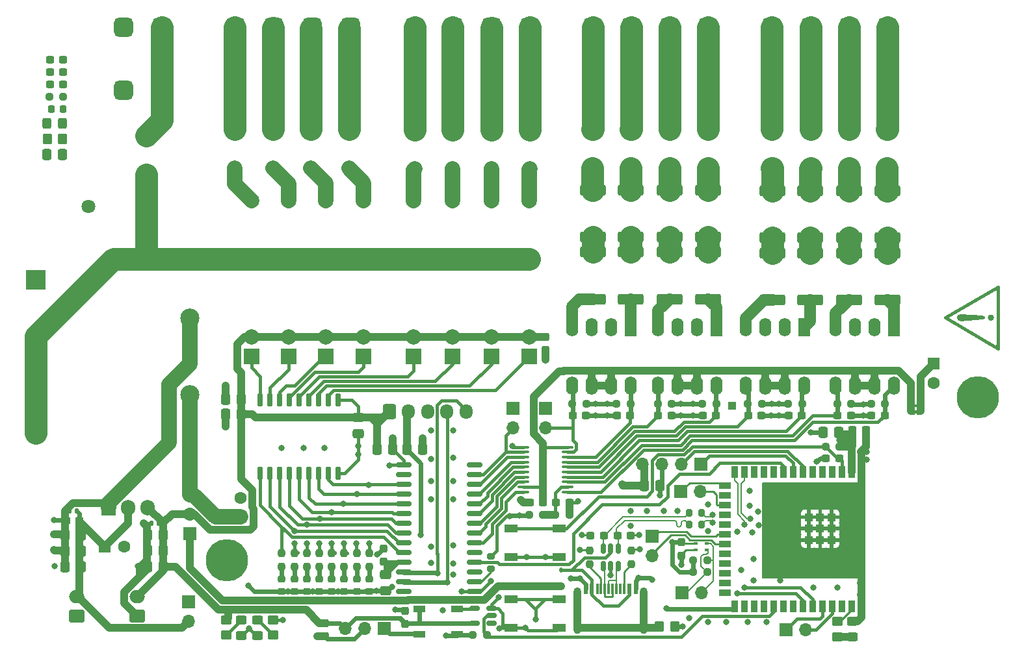
<source format=gbr>
%TF.GenerationSoftware,KiCad,Pcbnew,8.0.4*%
%TF.CreationDate,2024-08-24T15:41:41+02:00*%
%TF.ProjectId,hamodule,68616d6f-6475-46c6-952e-6b696361645f,20240821.23.8*%
%TF.SameCoordinates,Original*%
%TF.FileFunction,Copper,L1,Top*%
%TF.FilePolarity,Positive*%
%FSLAX46Y46*%
G04 Gerber Fmt 4.6, Leading zero omitted, Abs format (unit mm)*
G04 Created by KiCad (PCBNEW 8.0.4) date 2024-08-24 15:41:41*
%MOMM*%
%LPD*%
G01*
G04 APERTURE LIST*
G04 Aperture macros list*
%AMRoundRect*
0 Rectangle with rounded corners*
0 $1 Rounding radius*
0 $2 $3 $4 $5 $6 $7 $8 $9 X,Y pos of 4 corners*
0 Add a 4 corners polygon primitive as box body*
4,1,4,$2,$3,$4,$5,$6,$7,$8,$9,$2,$3,0*
0 Add four circle primitives for the rounded corners*
1,1,$1+$1,$2,$3*
1,1,$1+$1,$4,$5*
1,1,$1+$1,$6,$7*
1,1,$1+$1,$8,$9*
0 Add four rect primitives between the rounded corners*
20,1,$1+$1,$2,$3,$4,$5,0*
20,1,$1+$1,$4,$5,$6,$7,0*
20,1,$1+$1,$6,$7,$8,$9,0*
20,1,$1+$1,$8,$9,$2,$3,0*%
%AMFreePoly0*
4,1,19,0.500000,-0.750000,0.000000,-0.750000,0.000000,-0.744911,-0.071157,-0.744911,-0.207708,-0.704816,-0.327430,-0.627875,-0.420627,-0.520320,-0.479746,-0.390866,-0.500000,-0.250000,-0.500000,0.250000,-0.479746,0.390866,-0.420627,0.520320,-0.327430,0.627875,-0.207708,0.704816,-0.071157,0.744911,0.000000,0.744911,0.000000,0.750000,0.500000,0.750000,0.500000,-0.750000,0.500000,-0.750000,
$1*%
%AMFreePoly1*
4,1,19,0.000000,0.744911,0.071157,0.744911,0.207708,0.704816,0.327430,0.627875,0.420627,0.520320,0.479746,0.390866,0.500000,0.250000,0.500000,-0.250000,0.479746,-0.390866,0.420627,-0.520320,0.327430,-0.627875,0.207708,-0.704816,0.071157,-0.744911,0.000000,-0.744911,0.000000,-0.750000,-0.500000,-0.750000,-0.500000,0.750000,0.000000,0.750000,0.000000,0.744911,0.000000,0.744911,
$1*%
G04 Aperture macros list end*
%TA.AperFunction,EtchedComponent*%
%ADD10C,0.381000*%
%TD*%
%TA.AperFunction,EtchedComponent*%
%ADD11C,0.200000*%
%TD*%
%TA.AperFunction,EtchedComponent*%
%ADD12C,0.450000*%
%TD*%
%TA.AperFunction,EtchedComponent*%
%ADD13C,0.250000*%
%TD*%
%TA.AperFunction,EtchedComponent*%
%ADD14C,0.400000*%
%TD*%
%TA.AperFunction,EtchedComponent*%
%ADD15C,0.000000*%
%TD*%
%TA.AperFunction,ComponentPad*%
%ADD16R,1.700000X1.700000*%
%TD*%
%TA.AperFunction,ComponentPad*%
%ADD17O,1.700000X1.700000*%
%TD*%
%TA.AperFunction,SMDPad,CuDef*%
%ADD18RoundRect,0.249999X-1.425001X0.450001X-1.425001X-0.450001X1.425001X-0.450001X1.425001X0.450001X0*%
%TD*%
%TA.AperFunction,ComponentPad*%
%ADD19C,1.800000*%
%TD*%
%TA.AperFunction,SMDPad,CuDef*%
%ADD20RoundRect,0.250000X0.450000X-0.325000X0.450000X0.325000X-0.450000X0.325000X-0.450000X-0.325000X0*%
%TD*%
%TA.AperFunction,SMDPad,CuDef*%
%ADD21RoundRect,0.250000X0.450000X-0.350000X0.450000X0.350000X-0.450000X0.350000X-0.450000X-0.350000X0*%
%TD*%
%TA.AperFunction,ComponentPad*%
%ADD22RoundRect,0.250000X0.750000X-0.600000X0.750000X0.600000X-0.750000X0.600000X-0.750000X-0.600000X0*%
%TD*%
%TA.AperFunction,ComponentPad*%
%ADD23O,2.000000X1.700000*%
%TD*%
%TA.AperFunction,SMDPad,CuDef*%
%ADD24RoundRect,0.250000X0.337500X0.475000X-0.337500X0.475000X-0.337500X-0.475000X0.337500X-0.475000X0*%
%TD*%
%TA.AperFunction,ComponentPad*%
%ADD25R,2.500000X2.500000*%
%TD*%
%TA.AperFunction,ComponentPad*%
%ADD26C,2.500000*%
%TD*%
%TA.AperFunction,ComponentPad*%
%ADD27R,1.905000X2.000000*%
%TD*%
%TA.AperFunction,ComponentPad*%
%ADD28O,1.905000X2.000000*%
%TD*%
%TA.AperFunction,ComponentPad*%
%ADD29RoundRect,0.625000X0.625000X0.625000X-0.625000X0.625000X-0.625000X-0.625000X0.625000X-0.625000X0*%
%TD*%
%TA.AperFunction,ComponentPad*%
%ADD30C,2.000000*%
%TD*%
%TA.AperFunction,ComponentPad*%
%ADD31R,1.600000X2.400000*%
%TD*%
%TA.AperFunction,ComponentPad*%
%ADD32O,1.600000X2.400000*%
%TD*%
%TA.AperFunction,SMDPad,CuDef*%
%ADD33RoundRect,0.237500X-0.250000X-0.237500X0.250000X-0.237500X0.250000X0.237500X-0.250000X0.237500X0*%
%TD*%
%TA.AperFunction,SMDPad,CuDef*%
%ADD34RoundRect,0.237500X0.300000X0.237500X-0.300000X0.237500X-0.300000X-0.237500X0.300000X-0.237500X0*%
%TD*%
%TA.AperFunction,SMDPad,CuDef*%
%ADD35R,1.800000X1.100000*%
%TD*%
%TA.AperFunction,SMDPad,CuDef*%
%ADD36RoundRect,0.237500X-0.300000X-0.237500X0.300000X-0.237500X0.300000X0.237500X-0.300000X0.237500X0*%
%TD*%
%TA.AperFunction,SMDPad,CuDef*%
%ADD37RoundRect,0.237500X-0.237500X0.300000X-0.237500X-0.300000X0.237500X-0.300000X0.237500X0.300000X0*%
%TD*%
%TA.AperFunction,SMDPad,CuDef*%
%ADD38RoundRect,0.150000X0.150000X-0.725000X0.150000X0.725000X-0.150000X0.725000X-0.150000X-0.725000X0*%
%TD*%
%TA.AperFunction,ComponentPad*%
%ADD39R,1.600000X1.600000*%
%TD*%
%TA.AperFunction,ComponentPad*%
%ADD40C,1.600000*%
%TD*%
%TA.AperFunction,SMDPad,CuDef*%
%ADD41RoundRect,0.237500X0.237500X-0.250000X0.237500X0.250000X-0.237500X0.250000X-0.237500X-0.250000X0*%
%TD*%
%TA.AperFunction,SMDPad,CuDef*%
%ADD42RoundRect,0.218750X0.256250X-0.218750X0.256250X0.218750X-0.256250X0.218750X-0.256250X-0.218750X0*%
%TD*%
%TA.AperFunction,ComponentPad*%
%ADD43R,2.000000X2.000000*%
%TD*%
%TA.AperFunction,SMDPad,CuDef*%
%ADD44RoundRect,0.150000X0.512500X0.150000X-0.512500X0.150000X-0.512500X-0.150000X0.512500X-0.150000X0*%
%TD*%
%TA.AperFunction,SMDPad,CuDef*%
%ADD45RoundRect,0.200000X0.200000X0.275000X-0.200000X0.275000X-0.200000X-0.275000X0.200000X-0.275000X0*%
%TD*%
%TA.AperFunction,SMDPad,CuDef*%
%ADD46R,0.900000X1.500000*%
%TD*%
%TA.AperFunction,SMDPad,CuDef*%
%ADD47R,1.500000X0.900000*%
%TD*%
%TA.AperFunction,SMDPad,CuDef*%
%ADD48R,1.000000X1.000000*%
%TD*%
%TA.AperFunction,SMDPad,CuDef*%
%ADD49RoundRect,0.237500X0.237500X-0.300000X0.237500X0.300000X-0.237500X0.300000X-0.237500X-0.300000X0*%
%TD*%
%TA.AperFunction,SMDPad,CuDef*%
%ADD50RoundRect,0.200000X-0.275000X0.200000X-0.275000X-0.200000X0.275000X-0.200000X0.275000X0.200000X0*%
%TD*%
%TA.AperFunction,ComponentPad*%
%ADD51R,1.000000X1.000000*%
%TD*%
%TA.AperFunction,SMDPad,CuDef*%
%ADD52RoundRect,0.250000X-0.450000X0.325000X-0.450000X-0.325000X0.450000X-0.325000X0.450000X0.325000X0*%
%TD*%
%TA.AperFunction,SMDPad,CuDef*%
%ADD53RoundRect,0.250000X-0.337500X-0.475000X0.337500X-0.475000X0.337500X0.475000X-0.337500X0.475000X0*%
%TD*%
%TA.AperFunction,SMDPad,CuDef*%
%ADD54RoundRect,0.112500X0.112500X-0.187500X0.112500X0.187500X-0.112500X0.187500X-0.112500X-0.187500X0*%
%TD*%
%TA.AperFunction,SMDPad,CuDef*%
%ADD55RoundRect,0.250000X0.350000X0.450000X-0.350000X0.450000X-0.350000X-0.450000X0.350000X-0.450000X0*%
%TD*%
%TA.AperFunction,SMDPad,CuDef*%
%ADD56RoundRect,0.140000X-0.140000X-0.170000X0.140000X-0.170000X0.140000X0.170000X-0.140000X0.170000X0*%
%TD*%
%TA.AperFunction,SMDPad,CuDef*%
%ADD57R,0.600000X1.450000*%
%TD*%
%TA.AperFunction,SMDPad,CuDef*%
%ADD58R,0.300000X1.450000*%
%TD*%
%TA.AperFunction,ComponentPad*%
%ADD59O,1.000000X2.100000*%
%TD*%
%TA.AperFunction,ComponentPad*%
%ADD60O,1.000000X1.600000*%
%TD*%
%TA.AperFunction,ComponentPad*%
%ADD61RoundRect,0.250000X-0.600000X-0.725000X0.600000X-0.725000X0.600000X0.725000X-0.600000X0.725000X0*%
%TD*%
%TA.AperFunction,ComponentPad*%
%ADD62O,1.700000X1.950000*%
%TD*%
%TA.AperFunction,SMDPad,CuDef*%
%ADD63RoundRect,0.100000X0.637500X0.100000X-0.637500X0.100000X-0.637500X-0.100000X0.637500X-0.100000X0*%
%TD*%
%TA.AperFunction,SMDPad,CuDef*%
%ADD64RoundRect,0.250000X0.325000X0.450000X-0.325000X0.450000X-0.325000X-0.450000X0.325000X-0.450000X0*%
%TD*%
%TA.AperFunction,SMDPad,CuDef*%
%ADD65RoundRect,0.250000X-0.475000X0.337500X-0.475000X-0.337500X0.475000X-0.337500X0.475000X0.337500X0*%
%TD*%
%TA.AperFunction,ComponentPad*%
%ADD66C,5.500000*%
%TD*%
%TA.AperFunction,SMDPad,CuDef*%
%ADD67RoundRect,0.140000X0.140000X0.170000X-0.140000X0.170000X-0.140000X-0.170000X0.140000X-0.170000X0*%
%TD*%
%TA.AperFunction,SMDPad,CuDef*%
%ADD68RoundRect,0.250000X-0.350000X-0.450000X0.350000X-0.450000X0.350000X0.450000X-0.350000X0.450000X0*%
%TD*%
%TA.AperFunction,SMDPad,CuDef*%
%ADD69R,0.500000X0.300000*%
%TD*%
%TA.AperFunction,SMDPad,CuDef*%
%ADD70RoundRect,0.150000X-0.875000X-0.150000X0.875000X-0.150000X0.875000X0.150000X-0.875000X0.150000X0*%
%TD*%
%TA.AperFunction,SMDPad,CuDef*%
%ADD71RoundRect,0.150000X0.150000X-0.512500X0.150000X0.512500X-0.150000X0.512500X-0.150000X-0.512500X0*%
%TD*%
%TA.AperFunction,SMDPad,CuDef*%
%ADD72RoundRect,0.237500X0.250000X0.237500X-0.250000X0.237500X-0.250000X-0.237500X0.250000X-0.237500X0*%
%TD*%
%TA.AperFunction,SMDPad,CuDef*%
%ADD73FreePoly0,0.000000*%
%TD*%
%TA.AperFunction,SMDPad,CuDef*%
%ADD74FreePoly1,0.000000*%
%TD*%
%TA.AperFunction,SMDPad,CuDef*%
%ADD75RoundRect,0.218750X0.218750X0.256250X-0.218750X0.256250X-0.218750X-0.256250X0.218750X-0.256250X0*%
%TD*%
%TA.AperFunction,ViaPad*%
%ADD76C,0.800000*%
%TD*%
%TA.AperFunction,Conductor*%
%ADD77C,3.000000*%
%TD*%
%TA.AperFunction,Conductor*%
%ADD78C,1.000000*%
%TD*%
%TA.AperFunction,Conductor*%
%ADD79C,0.400000*%
%TD*%
%TA.AperFunction,Conductor*%
%ADD80C,0.600000*%
%TD*%
%TA.AperFunction,Conductor*%
%ADD81C,0.250000*%
%TD*%
%TA.AperFunction,Conductor*%
%ADD82C,2.000000*%
%TD*%
%TA.AperFunction,Conductor*%
%ADD83C,0.200000*%
%TD*%
%TA.AperFunction,Conductor*%
%ADD84C,1.500000*%
%TD*%
G04 APERTURE END LIST*
D10*
%TO.C,G9*%
X122164000Y42468400D02*
X129084000Y46468400D01*
D11*
X122584000Y42318400D02*
X122584000Y42628400D01*
X129064000Y45978400D02*
X128654736Y46244722D01*
X129064000Y38958400D02*
X128654736Y38692078D01*
D10*
X129084000Y46468400D02*
X129084000Y38468400D01*
X129084000Y38468400D02*
X122164000Y42468400D01*
D12*
X124349000Y42468400D02*
G75*
G02*
X123899000Y42468400I-225000J0D01*
G01*
X123899000Y42468400D02*
G75*
G02*
X124349000Y42468400I225000J0D01*
G01*
D13*
X127249000Y42468400D02*
G75*
G02*
X126999000Y42468400I-125000J0D01*
G01*
X126999000Y42468400D02*
G75*
G02*
X127249000Y42468400I125000J0D01*
G01*
D14*
X128324000Y42468400D02*
G75*
G02*
X127924000Y42468400I-200000J0D01*
G01*
X127924000Y42468400D02*
G75*
G02*
X128324000Y42468400I200000J0D01*
G01*
D15*
%TA.AperFunction,EtchedComponent*%
G36*
X127124000Y42718400D02*
G01*
X127124000Y42218400D01*
X124124000Y42018400D01*
X124124000Y42918400D01*
X127124000Y42718400D01*
G37*
%TD.AperFunction*%
%TA.AperFunction,EtchedComponent*%
%TO.C,JP1*%
G36*
X118574000Y30768400D02*
G01*
X118074000Y30768400D01*
X118074000Y31168400D01*
X118574000Y31168400D01*
X118574000Y30768400D01*
G37*
%TD.AperFunction*%
%TA.AperFunction,EtchedComponent*%
G36*
X118574000Y29968400D02*
G01*
X118074000Y29968400D01*
X118074000Y30368400D01*
X118574000Y30368400D01*
X118574000Y29968400D01*
G37*
%TD.AperFunction*%
%TD*%
D16*
%TO.P,J5,1,Pin_1*%
%TO.N,3.3V+*%
X23674000Y5448400D03*
D17*
%TO.P,J5,2,Pin_2*%
%TO.N,Net-(J4-Pin_2)*%
X23674000Y2908400D03*
%TD*%
D18*
%TO.P,R12,1*%
%TO.N,Net-(F5-Pad1)*%
X76275000Y59056900D03*
%TO.P,R12,2*%
%TO.N,Net-(R12-Pad2)*%
X76275000Y52956900D03*
%TD*%
%TO.P,R11,1*%
%TO.N,Net-(F4-Pad1)*%
X81228000Y59056900D03*
%TO.P,R11,2*%
%TO.N,Net-(R11-Pad2)*%
X81228000Y52956900D03*
%TD*%
D19*
%TO.P,RV1,1*%
%TO.N,220VAC(N)*%
X10626400Y57005330D03*
%TO.P,RV1,2*%
%TO.N,220VAC(L)*%
X18126400Y55372000D03*
%TD*%
D18*
%TO.P,R19,1*%
%TO.N,Net-(R11-Pad2)*%
X81228000Y51005100D03*
%TO.P,R19,2*%
%TO.N,Net-(R19-Pad2)*%
X81228000Y44905100D03*
%TD*%
%TO.P,R20,1*%
%TO.N,Net-(R12-Pad2)*%
X76275000Y51005100D03*
%TO.P,R20,2*%
%TO.N,Net-(R20-Pad2)*%
X76275000Y44905100D03*
%TD*%
D20*
%TO.P,D2,1,K*%
%TO.N,GND*%
X30524000Y993400D03*
%TO.P,D2,2,A*%
%TO.N,Net-(D2-A)*%
X30524000Y3043400D03*
%TD*%
D21*
%TO.P,R7,1*%
%TO.N,Net-(D2-A)*%
X28524000Y1068400D03*
%TO.P,R7,2*%
%TO.N,5V+*%
X28524000Y3068400D03*
%TD*%
D22*
%TO.P,J1,1,Pin_1*%
%TO.N,GND*%
X16963300Y3568700D03*
D23*
%TO.P,J1,2,Pin_2*%
%TO.N,5V+*%
X16963300Y6068700D03*
%TD*%
D24*
%TO.P,C14,1*%
%TO.N,Net-(J4-Pin_2)*%
X9644200Y14098600D03*
%TO.P,C14,2*%
%TO.N,GND*%
X7569200Y14098600D03*
%TD*%
%TO.P,C8,1*%
%TO.N,5V+*%
X20361500Y12068400D03*
%TO.P,C8,2*%
%TO.N,GND*%
X18286500Y12068400D03*
%TD*%
D25*
%TO.P,PS1,1,VAC_IN(N)*%
%TO.N,220VAC(N)*%
X3780000Y47421800D03*
D26*
%TO.P,PS1,5,VAC_IN(L)*%
%TO.N,220VAC(L)*%
X3780000Y27421800D03*
%TO.P,PS1,7,+VOUT*%
%TO.N,5V+_PS*%
X23780000Y32421800D03*
%TO.P,PS1,9,-VOUT*%
%TO.N,GND*%
X23780000Y42421800D03*
%TD*%
D27*
%TO.P,U1,1,GND*%
%TO.N,GND*%
X13242700Y17729200D03*
D28*
%TO.P,U1,2,VO*%
%TO.N,Net-(J4-Pin_2)*%
X15782700Y17729200D03*
%TO.P,U1,3,VI*%
%TO.N,5V+*%
X18322700Y17729200D03*
%TD*%
D29*
%TO.P,J15,1,1*%
%TO.N,Net-(F13-Pad2)*%
X44691800Y72136000D03*
%TO.P,J15,2,2*%
X44691800Y80335999D03*
%TO.P,J15,3,3*%
%TO.N,Net-(F12-Pad2)*%
X39691800Y72136000D03*
%TO.P,J15,4,4*%
X39691800Y80335999D03*
%TO.P,J15,5,5*%
%TO.N,Net-(F11-Pad2)*%
X34691800Y72136000D03*
%TO.P,J15,6,6*%
X34691800Y80335999D03*
%TO.P,J15,7,7*%
%TO.N,Net-(F10-Pad2)*%
X29691800Y72136000D03*
%TO.P,J15,8,8*%
X29691800Y80335999D03*
%TD*%
%TO.P,J2,1,1*%
%TO.N,Net-(F1-Pad1)*%
X20144000Y72112401D03*
%TO.P,J2,2,2*%
X20144000Y80312400D03*
%TO.P,J2,3,3*%
%TO.N,220VAC(N)*%
X15144000Y72112401D03*
%TO.P,J2,4,4*%
X15144000Y80312400D03*
%TD*%
%TO.P,J7,1,1*%
%TO.N,Net-(F2-Pad2)*%
X91264000Y72140201D03*
%TO.P,J7,2,2*%
X91264000Y80340200D03*
%TO.P,J7,3,3*%
%TO.N,Net-(F3-Pad2)*%
X86264000Y72140201D03*
%TO.P,J7,4,4*%
X86264000Y80340200D03*
%TO.P,J7,5,5*%
%TO.N,Net-(F4-Pad2)*%
X81264000Y72140201D03*
%TO.P,J7,6,6*%
X81264000Y80340200D03*
%TO.P,J7,7,7*%
%TO.N,Net-(F5-Pad2)*%
X76264000Y72140201D03*
%TO.P,J7,8,8*%
X76264000Y80340200D03*
%TD*%
D30*
%TO.P,F1,1*%
%TO.N,Net-(F1-Pad1)*%
X18161000Y66243200D03*
%TO.P,F1,2*%
%TO.N,220VAC(L)*%
X18151000Y61163200D03*
%TD*%
D31*
%TO.P,U4,1*%
%TO.N,Net-(R23-Pad2)*%
X115513178Y41232282D03*
D32*
%TO.P,U4,2*%
%TO.N,220VAC(N)-LowV*%
X112973178Y41232282D03*
%TO.P,U4,3*%
X110433178Y41232282D03*
%TO.P,U4,4*%
%TO.N,Net-(R24-Pad2)*%
X107893178Y41232282D03*
%TO.P,U4,5*%
%TO.N,Net-(U9-A2)*%
X107893178Y33612282D03*
%TO.P,U4,6*%
%TO.N,3.3V+*%
X110433178Y33612282D03*
%TO.P,U4,7*%
X112973178Y33612282D03*
%TO.P,U4,8*%
%TO.N,Net-(U9-A1)*%
X115513178Y33612282D03*
%TD*%
D18*
%TO.P,R21,1*%
%TO.N,Net-(R21-Pad1)*%
X91286400Y51005100D03*
%TO.P,R21,2*%
%TO.N,Net-(R21-Pad2)*%
X91286400Y44905100D03*
%TD*%
%TO.P,R10,1*%
%TO.N,Net-(F3-Pad1)*%
X86257200Y59056900D03*
%TO.P,R10,2*%
%TO.N,Net-(R10-Pad2)*%
X86257200Y52956900D03*
%TD*%
%TO.P,R9,1*%
%TO.N,Net-(F2-Pad1)*%
X91286400Y59056900D03*
%TO.P,R9,2*%
%TO.N,Net-(R21-Pad1)*%
X91286400Y52956900D03*
%TD*%
D31*
%TO.P,U7,1*%
%TO.N,Net-(R19-Pad2)*%
X81205300Y41228800D03*
D32*
%TO.P,U7,2*%
%TO.N,220VAC(N)-LowV*%
X78665300Y41228800D03*
%TO.P,U7,3*%
X76125300Y41228800D03*
%TO.P,U7,4*%
%TO.N,Net-(R20-Pad2)*%
X73585300Y41228800D03*
%TO.P,U7,5*%
%TO.N,Net-(J19-Pin_2)*%
X73585300Y33608800D03*
%TO.P,U7,6*%
%TO.N,3.3V+*%
X76125300Y33608800D03*
%TO.P,U7,7*%
X78665300Y33608800D03*
%TO.P,U7,8*%
%TO.N,Net-(U9-A7)*%
X81205300Y33608800D03*
%TD*%
D31*
%TO.P,U6,1*%
%TO.N,Net-(R21-Pad2)*%
X92381300Y41228800D03*
D32*
%TO.P,U6,2*%
%TO.N,220VAC(N)-LowV*%
X89841300Y41228800D03*
%TO.P,U6,3*%
X87301300Y41228800D03*
%TO.P,U6,4*%
%TO.N,Net-(R22-Pad2)*%
X84761300Y41228800D03*
%TO.P,U6,5*%
%TO.N,Net-(U9-A6)*%
X84761300Y33608800D03*
%TO.P,U6,6*%
%TO.N,3.3V+*%
X87301300Y33608800D03*
%TO.P,U6,7*%
X89841300Y33608800D03*
%TO.P,U6,8*%
%TO.N,Net-(U9-A5)*%
X92381300Y33608800D03*
%TD*%
D18*
%TO.P,R22,1*%
%TO.N,Net-(R10-Pad2)*%
X86257200Y51005100D03*
%TO.P,R22,2*%
%TO.N,Net-(R22-Pad2)*%
X86257200Y44905100D03*
%TD*%
D33*
%TO.P,R1,1*%
%TO.N,EN*%
X106588402Y25681201D03*
%TO.P,R1,2*%
%TO.N,3.3V+*%
X108413402Y25681201D03*
%TD*%
D34*
%TO.P,C3,1*%
%TO.N,EN*%
X108350902Y24157201D03*
%TO.P,C3,2*%
%TO.N,GND*%
X106625902Y24157201D03*
%TD*%
D22*
%TO.P,J4,1,Pin_1*%
%TO.N,GND*%
X9038500Y3568700D03*
D23*
%TO.P,J4,2,Pin_2*%
%TO.N,Net-(J4-Pin_2)*%
X9038500Y6068700D03*
%TD*%
D35*
%TO.P,SW2,1,1*%
%TO.N,EN*%
X65671000Y14968400D03*
X71871000Y14968400D03*
%TO.P,SW2,2,2*%
%TO.N,GND*%
X65671000Y11268400D03*
X71871000Y11268400D03*
%TD*%
%TO.P,SW3,1,1*%
%TO.N,IO0*%
X65669800Y5765800D03*
X71869800Y5765800D03*
%TO.P,SW3,2,2*%
%TO.N,GND*%
X65669800Y2065800D03*
X71869800Y2065800D03*
%TD*%
D16*
%TO.P,J10,1,Pin_1*%
%TO.N,RXD0*%
X101429402Y1808701D03*
D17*
%TO.P,J10,2,Pin_2*%
%TO.N,TXD0*%
X103969402Y1808701D03*
%TD*%
D36*
%TO.P,C6,1*%
%TO.N,3.3V+*%
X110099000Y26268400D03*
%TO.P,C6,2*%
%TO.N,GND*%
X111824000Y26268400D03*
%TD*%
D37*
%TO.P,C30,1*%
%TO.N,3.3V+*%
X87779402Y13161201D03*
%TO.P,C30,2*%
%TO.N,GND*%
X87779402Y11436201D03*
%TD*%
D16*
%TO.P,J19,1,Pin_1*%
%TO.N,GND*%
X70124000Y30608400D03*
D17*
%TO.P,J19,2,Pin_2*%
%TO.N,Net-(J19-Pin_2)*%
X70124000Y28068400D03*
%TD*%
D34*
%TO.P,C11,1*%
%TO.N,Net-(C11-Pad1)*%
X77724000Y14078701D03*
%TO.P,C11,2*%
%TO.N,GND*%
X75999000Y14078701D03*
%TD*%
D20*
%TO.P,D3,1,K*%
%TO.N,GND*%
X32624000Y968400D03*
%TO.P,D3,2,A*%
%TO.N,Net-(D3-A)*%
X32624000Y3018400D03*
%TD*%
D38*
%TO.P,U11,1,I1*%
%TO.N,Net-(U11-I1)*%
X32964000Y22168400D03*
%TO.P,U11,2,I2*%
%TO.N,Net-(U11-I2)*%
X34234000Y22168400D03*
%TO.P,U11,3,I3*%
%TO.N,Net-(U11-I3)*%
X35504000Y22168400D03*
%TO.P,U11,4,I4*%
%TO.N,Net-(U11-I4)*%
X36774000Y22168400D03*
%TO.P,U11,5,I5*%
%TO.N,Net-(U11-I5)*%
X38044000Y22168400D03*
%TO.P,U11,6,I6*%
%TO.N,Net-(U11-I6)*%
X39314000Y22168400D03*
%TO.P,U11,7,I7*%
%TO.N,Net-(U11-I7)*%
X40584000Y22168400D03*
%TO.P,U11,8,I8*%
%TO.N,Net-(U11-I8)*%
X41854000Y22168400D03*
%TO.P,U11,9,GND*%
%TO.N,GND*%
X43124000Y22168400D03*
%TO.P,U11,10,COM*%
%TO.N,5V+*%
X43124000Y31718400D03*
%TO.P,U11,11,O8*%
%TO.N,Net-(U11-O8)*%
X41854000Y31718400D03*
%TO.P,U11,12,O7*%
%TO.N,Net-(U11-O7)*%
X40584000Y31718400D03*
%TO.P,U11,13,O6*%
%TO.N,Net-(U11-O6)*%
X39314000Y31718400D03*
%TO.P,U11,14,O5*%
%TO.N,Net-(U11-O5)*%
X38044000Y31718400D03*
%TO.P,U11,15,O4*%
%TO.N,Net-(U11-O4)*%
X36774000Y31718400D03*
%TO.P,U11,16,O3*%
%TO.N,Net-(U11-O3)*%
X35504000Y31718400D03*
%TO.P,U11,17,O2*%
%TO.N,Net-(U11-O2)*%
X34234000Y31718400D03*
%TO.P,U11,18,O1*%
%TO.N,Net-(U11-O1)*%
X32964000Y31718400D03*
%TD*%
D39*
%TO.P,C19,1*%
%TO.N,Net-(JP1-B)*%
X120624000Y36468400D03*
D40*
%TO.P,C19,2*%
%TO.N,GND*%
X120624000Y33968400D03*
%TD*%
D16*
%TO.P,J14,1,Pin_1*%
%TO.N,GPIO15*%
X90364000Y23368400D03*
D17*
%TO.P,J14,2,Pin_2*%
%TO.N,GPIO7*%
X87824000Y23368400D03*
%TO.P,J14,3,Pin_3*%
%TO.N,GND*%
X85284000Y23368400D03*
%TO.P,J14,4,Pin_4*%
%TO.N,3.3V+*%
X82744000Y23368400D03*
%TD*%
D41*
%TO.P,R46,1*%
%TO.N,Net-(D6-A)*%
X37396000Y9965496D03*
%TO.P,R46,2*%
%TO.N,Net-(U11-I2)*%
X37396000Y11790496D03*
%TD*%
D29*
%TO.P,J6,1,1*%
%TO.N,Net-(F6-Pad2)*%
X114621702Y72140201D03*
%TO.P,J6,2,2*%
X114621702Y80340200D03*
%TO.P,J6,3,3*%
%TO.N,Net-(F7-Pad2)*%
X109621702Y72140201D03*
%TO.P,J6,4,4*%
X109621702Y80340200D03*
%TO.P,J6,5,5*%
%TO.N,Net-(F8-Pad2)*%
X104621702Y72140201D03*
%TO.P,J6,6,6*%
X104621702Y80340200D03*
%TO.P,J6,7,7*%
%TO.N,Net-(F9-Pad2)*%
X99621702Y72140201D03*
%TO.P,J6,8,8*%
X99621702Y80340200D03*
%TD*%
%TO.P,J16,1,1*%
%TO.N,Net-(F17-Pad2)*%
X68059800Y72136000D03*
%TO.P,J16,2,2*%
X68059800Y80335999D03*
%TO.P,J16,3,3*%
%TO.N,Net-(F16-Pad2)*%
X63059800Y72136000D03*
%TO.P,J16,4,4*%
X63059800Y80335999D03*
%TO.P,J16,5,5*%
%TO.N,Net-(F15-Pad2)*%
X58059800Y72136000D03*
%TO.P,J16,6,6*%
X58059800Y80335999D03*
%TO.P,J16,7,7*%
%TO.N,Net-(F14-Pad2)*%
X53059800Y72136000D03*
%TO.P,J16,8,8*%
X53059800Y80335999D03*
%TD*%
D41*
%TO.P,R45,1*%
%TO.N,Net-(D5-A)*%
X35770400Y9967396D03*
%TO.P,R45,2*%
%TO.N,Net-(U11-I1)*%
X35770400Y11792396D03*
%TD*%
D18*
%TO.P,R25,1*%
%TO.N,Net-(R15-Pad2)*%
X104583200Y50900600D03*
%TO.P,R25,2*%
%TO.N,Net-(R25-Pad2)*%
X104583200Y44800600D03*
%TD*%
D36*
%TO.P,C25,1*%
%TO.N,Net-(U9-A4)*%
X96524002Y29707101D03*
%TO.P,C25,2*%
%TO.N,GND*%
X98249002Y29707101D03*
%TD*%
D34*
%TO.P,C40,1*%
%TO.N,unconnected-(C40-Pad1)*%
X7324000Y74468400D03*
%TO.P,C40,2*%
%TO.N,unconnected-(C40-Pad2)*%
X5599000Y74468400D03*
%TD*%
D18*
%TO.P,R15,1*%
%TO.N,Net-(F8-Pad1)*%
X104583200Y59032600D03*
%TO.P,R15,2*%
%TO.N,Net-(R15-Pad2)*%
X104583200Y52932600D03*
%TD*%
D42*
%TO.P,D5,1,K*%
%TO.N,GND*%
X35770400Y6790296D03*
%TO.P,D5,2,A*%
%TO.N,Net-(D5-A)*%
X35770400Y8365296D03*
%TD*%
D36*
%TO.P,C23,1*%
%TO.N,Net-(U9-A2)*%
X108156102Y29707101D03*
%TO.P,C23,2*%
%TO.N,GND*%
X109881102Y29707101D03*
%TD*%
D19*
%TO.P,F15,1*%
%TO.N,Net-(F15-Pad1)*%
X58026800Y61849000D03*
%TO.P,F15,2*%
%TO.N,Net-(F15-Pad2)*%
X58026800Y66929000D03*
%TD*%
D21*
%TO.P,R8,1*%
%TO.N,Net-(D3-A)*%
X34624000Y1068400D03*
%TO.P,R8,2*%
%TO.N,3.3V+*%
X34624000Y3068400D03*
%TD*%
D33*
%TO.P,R32,1*%
%TO.N,Net-(U9-A6)*%
X84738626Y31255920D03*
%TO.P,R32,2*%
%TO.N,GND*%
X86563626Y31255920D03*
%TD*%
D43*
%TO.P,K5,1*%
%TO.N,Net-(U11-O5)*%
X52911000Y37424500D03*
D30*
%TO.P,K5,2*%
%TO.N,5V+*%
X52911000Y39964500D03*
%TO.P,K5,3*%
%TO.N,220VAC(L)*%
X52911000Y50124500D03*
%TO.P,K5,4*%
%TO.N,Net-(F14-Pad1)*%
X52911000Y57744500D03*
%TD*%
D16*
%TO.P,J12,1,Pin_1*%
%TO.N,GPIO3*%
X87724000Y19768400D03*
D17*
%TO.P,J12,2,Pin_2*%
%TO.N,GPIO9*%
X90264000Y19768400D03*
%TD*%
D19*
%TO.P,F4,1*%
%TO.N,Net-(F4-Pad1)*%
X81228000Y61952500D03*
%TO.P,F4,2*%
%TO.N,Net-(F4-Pad2)*%
X81228000Y67032500D03*
%TD*%
D41*
%TO.P,R50,1*%
%TO.N,Net-(D10-A)*%
X43898400Y9967396D03*
%TO.P,R50,2*%
%TO.N,Net-(U11-I6)*%
X43898400Y11792396D03*
%TD*%
%TO.P,R49,1*%
%TO.N,Net-(D9-A)*%
X42272800Y9965496D03*
%TO.P,R49,2*%
%TO.N,Net-(U11-I5)*%
X42272800Y11790496D03*
%TD*%
D18*
%TO.P,R26,1*%
%TO.N,Net-(R16-Pad2)*%
X99644200Y50852800D03*
%TO.P,R26,2*%
%TO.N,Net-(R26-Pad2)*%
X99644200Y44752800D03*
%TD*%
D33*
%TO.P,R34,1*%
%TO.N,Net-(J19-Pin_2)*%
X73611526Y31255920D03*
%TO.P,R34,2*%
%TO.N,GND*%
X75436526Y31255920D03*
%TD*%
D44*
%TO.P,U10,1,NC*%
%TO.N,unconnected-(U10-NC-Pad1)*%
X63124000Y2641600D03*
%TO.P,U10,2,A*%
%TO.N,RGBLED*%
X63124000Y3591600D03*
%TO.P,U10,3,GND*%
%TO.N,GND*%
X63124000Y4541600D03*
%TO.P,U10,4,Y*%
%TO.N,Net-(D4-DIN)*%
X60849000Y4541600D03*
%TO.P,U10,5,VCC*%
%TO.N,5V+*%
X60849000Y2641600D03*
%TD*%
D45*
%TO.P,R5,1*%
%TO.N,/ESP-D-*%
X90454402Y16988701D03*
%TO.P,R5,2*%
%TO.N,Net-(C11-Pad1)*%
X88804402Y16988701D03*
%TD*%
D39*
%TO.P,C18,1*%
%TO.N,5V+_PS*%
X30424000Y16486020D03*
D40*
%TO.P,C18,2*%
%TO.N,GND*%
X30424000Y18986020D03*
%TD*%
D33*
%TO.P,R27,1*%
%TO.N,GND*%
X112511500Y31231101D03*
%TO.P,R27,2*%
%TO.N,Net-(U9-A1)*%
X114336500Y31231101D03*
%TD*%
D18*
%TO.P,R16,1*%
%TO.N,Net-(F9-Pad1)*%
X99644200Y58982800D03*
%TO.P,R16,2*%
%TO.N,Net-(R16-Pad2)*%
X99644200Y52882800D03*
%TD*%
D45*
%TO.P,R6,1*%
%TO.N,/ESP-D+*%
X90454402Y15513701D03*
%TO.P,R6,2*%
%TO.N,Net-(C13-Pad1)*%
X88804402Y15513701D03*
%TD*%
D46*
%TO.P,U3,1,GND*%
%TO.N,GND*%
X111239402Y22348701D03*
%TO.P,U3,2,3V3*%
%TO.N,3.3V+*%
X109969402Y22348701D03*
%TO.P,U3,3,EN*%
%TO.N,EN*%
X108699402Y22348701D03*
%TO.P,U3,4,GPIO4/TOUCH4/ADC1_CH3*%
%TO.N,unconnected-(U3-GPIO4{slash}TOUCH4{slash}ADC1_CH3-Pad4)*%
X107429402Y22348701D03*
%TO.P,U3,5,GPIO5/TOUCH5/ADC1_CH4*%
%TO.N,unconnected-(U3-GPIO5{slash}TOUCH5{slash}ADC1_CH4-Pad5)*%
X106159402Y22348701D03*
%TO.P,U3,6,GPIO6/TOUCH6/ADC1_CH5*%
%TO.N,unconnected-(U3-GPIO6{slash}TOUCH6{slash}ADC1_CH5-Pad6)*%
X104889402Y22348701D03*
%TO.P,U3,7,GPIO7/TOUCH7/ADC1_CH6*%
%TO.N,GPIO7*%
X103619402Y22348701D03*
%TO.P,U3,8,GPIO15/U0RTS/ADC2_CH4/XTAL_32K_P*%
%TO.N,GPIO15*%
X102349402Y22348701D03*
%TO.P,U3,9,GPIO16/U0CTS/ADC2_CH5/XTAL_32K_NH5*%
%TO.N,MCP_INT*%
X101079402Y22348701D03*
%TO.P,U3,10,GPIO17/U1TXD/ADC2_CH6*%
%TO.N,unconnected-(U3-GPIO17{slash}U1TXD{slash}ADC2_CH6-Pad10)*%
X99809402Y22348701D03*
%TO.P,U3,11,GPIO18/U1RXD/ADC2_CH7/CLK_OUT3*%
%TO.N,unconnected-(U3-GPIO18{slash}U1RXD{slash}ADC2_CH7{slash}CLK_OUT3-Pad11)*%
X98539402Y22348701D03*
%TO.P,U3,12,GPIO8/TOUCH8/ADC1_CH7/SUBSPICS1*%
%TO.N,unconnected-(U3-GPIO8{slash}TOUCH8{slash}ADC1_CH7{slash}SUBSPICS1-Pad12)*%
X97269402Y22348701D03*
%TO.P,U3,13,GPIO19/U1RTS/ADC2_CH8/CLK_OUT2/USB_D-*%
%TO.N,/ESP-D-*%
X95999402Y22348701D03*
%TO.P,U3,14,GPIO20/U1CTS/ADC2_CH9/CLK_OUT1/USB_D+*%
%TO.N,/ESP-D+*%
X94729402Y22348701D03*
D47*
%TO.P,U3,15,GPIO3/TOUCH3/ADC1_CH2*%
%TO.N,GPIO3*%
X93479402Y20583701D03*
%TO.P,U3,16,GPIO46*%
%TO.N,unconnected-(U3-GPIO46-Pad16)*%
X93479402Y19313701D03*
%TO.P,U3,17,GPIO9/TOUCH9/ADC1_CH8/FSPIHD/SUBSPIHD*%
%TO.N,GPIO9*%
X93479402Y18043701D03*
%TO.P,U3,18,GPIO10/TOUCH10/ADC1_CH9/FSPICS0/FSPIIO4/SUBSPICS0*%
%TO.N,unconnected-(U3-GPIO10{slash}TOUCH10{slash}ADC1_CH9{slash}FSPICS0{slash}FSPIIO4{slash}SUBSPICS0-Pad18)*%
X93479402Y16773701D03*
%TO.P,U3,19,GPIO11/TOUCH11/ADC2_CH0/FSPID/FSPIIO5/SUBSPID*%
%TO.N,unconnected-(U3-GPIO11{slash}TOUCH11{slash}ADC2_CH0{slash}FSPID{slash}FSPIIO5{slash}SUBSPID-Pad19)*%
X93479402Y15503701D03*
%TO.P,U3,20,GPIO12/TOUCH12/ADC2_CH1/FSPICLK/FSPIIO6/SUBSPICLK*%
%TO.N,GPIO12*%
X93479402Y14233701D03*
%TO.P,U3,21,GPIO13/TOUCH13/ADC2_CH2/FSPIQ/FSPIIO7/SUBSPIQ*%
%TO.N,GPIO13*%
X93479402Y12963701D03*
%TO.P,U3,22,GPIO14/TOUCH14/ADC2_CH3/FSPIWP/FSPIDQS/SUBSPIWP*%
%TO.N,unconnected-(U3-GPIO14{slash}TOUCH14{slash}ADC2_CH3{slash}FSPIWP{slash}FSPIDQS{slash}SUBSPIWP-Pad22)*%
X93479402Y11693701D03*
%TO.P,U3,23,GPIO21*%
%TO.N,unconnected-(U3-GPIO21-Pad23)*%
X93479402Y10423701D03*
%TO.P,U3,24,GPIO47/SPICLK_P/SUBSPICLK_P_DIFF*%
%TO.N,unconnected-(U3-GPIO47{slash}SPICLK_P{slash}SUBSPICLK_P_DIFF-Pad24)*%
X93479402Y9153701D03*
%TO.P,U3,25,GPIO48/SPICLK_N/SUBSPICLK_N_DIFF*%
%TO.N,unconnected-(U3-GPIO48{slash}SPICLK_N{slash}SUBSPICLK_N_DIFF-Pad25)*%
X93479402Y7883701D03*
%TO.P,U3,26,GPIO45*%
%TO.N,unconnected-(U3-GPIO45-Pad26)*%
X93479402Y6613701D03*
D46*
%TO.P,U3,27,GPIO0/BOOT*%
%TO.N,IO0*%
X94729402Y4848701D03*
%TO.P,U3,28,NC*%
%TO.N,unconnected-(U3-NC-Pad28)*%
X95999402Y4848701D03*
%TO.P,U3,29,NC*%
%TO.N,unconnected-(U3-NC-Pad29)*%
X97269402Y4848701D03*
%TO.P,U3,30,NC*%
%TO.N,unconnected-(U3-NC-Pad30)*%
X98539402Y4848701D03*
%TO.P,U3,31,GPIO38/FSPIWP/SUBSPIWP*%
%TO.N,RGBLED*%
X99809402Y4848701D03*
%TO.P,U3,32,MTCK/GPIO39/CLK_OUT3/SUBSPICS1*%
%TO.N,unconnected-(U3-MTCK{slash}GPIO39{slash}CLK_OUT3{slash}SUBSPICS1-Pad32)*%
X101079402Y4848701D03*
%TO.P,U3,33,MTDO/GPIO40/CLK_OUT2*%
%TO.N,unconnected-(U3-MTDO{slash}GPIO40{slash}CLK_OUT2-Pad33)*%
X102349402Y4848701D03*
%TO.P,U3,34,MTDI/GPIO41/CLK_OUT1*%
%TO.N,SCL*%
X103619402Y4848701D03*
%TO.P,U3,35,MTMS/GPIO42*%
%TO.N,SDA*%
X104889402Y4848701D03*
%TO.P,U3,36,U0RXD/GPIO44/CLK_OUT2*%
%TO.N,RXD0*%
X106159402Y4848701D03*
%TO.P,U3,37,U0TXD/GPIO43/CLK_OUT1*%
%TO.N,TXD0*%
X107429402Y4848701D03*
%TO.P,U3,38,GPIO2/TOUCH2/ADC1_CH1*%
%TO.N,unconnected-(U3-GPIO2{slash}TOUCH2{slash}ADC1_CH1-Pad38)*%
X108699402Y4848701D03*
%TO.P,U3,39,GPIO1/TOUCH1/ADC1_CH0*%
%TO.N,LED-GPIO*%
X109969402Y4848701D03*
%TO.P,U3,40,GND*%
%TO.N,GND*%
X111239402Y4848701D03*
D48*
%TO.P,U3,41,GND*%
X107389402Y16458701D03*
X105889402Y16458701D03*
X104389402Y16458701D03*
X107389402Y14958701D03*
X105889402Y14958701D03*
X104389402Y14958701D03*
X107389402Y13458701D03*
X105889402Y13458701D03*
X104389402Y13458701D03*
%TD*%
D18*
%TO.P,R13,1*%
%TO.N,Net-(F6-Pad1)*%
X114616200Y59032600D03*
%TO.P,R13,2*%
%TO.N,Net-(R13-Pad2)*%
X114616200Y52932600D03*
%TD*%
D42*
%TO.P,D10,1,K*%
%TO.N,GND*%
X43898400Y6790396D03*
%TO.P,D10,2,A*%
%TO.N,Net-(D10-A)*%
X43898400Y8365396D03*
%TD*%
D43*
%TO.P,K6,1*%
%TO.N,Net-(U11-O6)*%
X57991000Y37424500D03*
D30*
%TO.P,K6,2*%
%TO.N,5V+*%
X57991000Y39964500D03*
%TO.P,K6,3*%
%TO.N,220VAC(L)*%
X57991000Y50124500D03*
%TO.P,K6,4*%
%TO.N,Net-(F15-Pad1)*%
X57991000Y57744500D03*
%TD*%
D33*
%TO.P,R44,1*%
%TO.N,GND*%
X60659400Y1051600D03*
%TO.P,R44,2*%
%TO.N,RGBLED*%
X62484400Y1051600D03*
%TD*%
D19*
%TO.P,F2,1*%
%TO.N,Net-(F2-Pad1)*%
X91286400Y61952500D03*
%TO.P,F2,2*%
%TO.N,Net-(F2-Pad2)*%
X91286400Y67032500D03*
%TD*%
D16*
%TO.P,J17,1,Pin_1*%
%TO.N,GND*%
X65924000Y30608400D03*
D17*
%TO.P,J17,2,Pin_2*%
%TO.N,Net-(J17-Pin_2)*%
X65924000Y28068400D03*
%TD*%
D16*
%TO.P,J13,1,Pin_1*%
%TO.N,GPIO12*%
X84039402Y13923701D03*
D17*
%TO.P,J13,2,Pin_2*%
%TO.N,GPIO13*%
X84039402Y11383701D03*
%TD*%
D19*
%TO.P,F7,1*%
%TO.N,Net-(F7-Pad1)*%
X109626400Y61950600D03*
%TO.P,F7,2*%
%TO.N,Net-(F7-Pad2)*%
X109626400Y67030600D03*
%TD*%
D49*
%TO.P,C31,1*%
%TO.N,5V+*%
X51839200Y2540700D03*
%TO.P,C31,2*%
%TO.N,GND*%
X51839200Y4265700D03*
%TD*%
D50*
%TO.P,R43,1*%
%TO.N,3.3V+*%
X63024000Y11368400D03*
%TO.P,R43,2*%
%TO.N,Net-(U13-~{RESET})*%
X63024000Y9718400D03*
%TD*%
D16*
%TO.P,J11,1,Pin_1*%
%TO.N,SDA*%
X87929800Y6578600D03*
D17*
%TO.P,J11,2,Pin_2*%
%TO.N,SCL*%
X90469800Y6578600D03*
%TD*%
D33*
%TO.P,R29,1*%
%TO.N,GND*%
X101706402Y31231101D03*
%TO.P,R29,2*%
%TO.N,Net-(U9-A3)*%
X103531402Y31231101D03*
%TD*%
D51*
%TO.P,TP1,1,1*%
%TO.N,GND*%
X94424000Y30968400D03*
%TD*%
D52*
%TO.P,D13,1,K*%
%TO.N,GND*%
X110058200Y2879200D03*
%TO.P,D13,2,A*%
%TO.N,Net-(D13-A)*%
X110058200Y829200D03*
%TD*%
D53*
%TO.P,C35,1*%
%TO.N,5V+*%
X48149000Y25268400D03*
%TO.P,C35,2*%
%TO.N,GND*%
X50224000Y25268400D03*
%TD*%
D49*
%TO.P,C34,1*%
%TO.N,3.3V+*%
X49024000Y10668400D03*
%TO.P,C34,2*%
%TO.N,GND*%
X49024000Y12393400D03*
%TD*%
D54*
%TO.P,D1,1,K*%
%TO.N,VBUS*%
X72124000Y7468400D03*
%TO.P,D1,2,A*%
%TO.N,Net-(D1-A)*%
X72124000Y9568400D03*
%TD*%
D19*
%TO.P,F8,1*%
%TO.N,Net-(F8-Pad1)*%
X104621800Y61950600D03*
%TO.P,F8,2*%
%TO.N,Net-(F8-Pad2)*%
X104621800Y67030600D03*
%TD*%
%TO.P,F13,1*%
%TO.N,Net-(F13-Pad1)*%
X44532300Y61935500D03*
%TO.P,F13,2*%
%TO.N,Net-(F13-Pad2)*%
X44532300Y67015500D03*
%TD*%
D31*
%TO.P,U5,1*%
%TO.N,Net-(R25-Pad2)*%
X103829178Y41232282D03*
D32*
%TO.P,U5,2*%
%TO.N,220VAC(N)-LowV*%
X101289178Y41232282D03*
%TO.P,U5,3*%
X98749178Y41232282D03*
%TO.P,U5,4*%
%TO.N,Net-(R26-Pad2)*%
X96209178Y41232282D03*
%TO.P,U5,5*%
%TO.N,Net-(U9-A4)*%
X96209178Y33612282D03*
%TO.P,U5,6*%
%TO.N,3.3V+*%
X98749178Y33612282D03*
%TO.P,U5,7*%
X101289178Y33612282D03*
%TO.P,U5,8*%
%TO.N,Net-(U9-A3)*%
X103829178Y33612282D03*
%TD*%
D18*
%TO.P,R14,1*%
%TO.N,Net-(F7-Pad1)*%
X109637800Y59032600D03*
%TO.P,R14,2*%
%TO.N,Net-(R14-Pad2)*%
X109637800Y52932600D03*
%TD*%
D34*
%TO.P,C22,1*%
%TO.N,Net-(U9-A1)*%
X114286500Y29707101D03*
%TO.P,C22,2*%
%TO.N,GND*%
X112561500Y29707101D03*
%TD*%
D24*
%TO.P,C15,1*%
%TO.N,Net-(J4-Pin_2)*%
X9644200Y12041200D03*
%TO.P,C15,2*%
%TO.N,GND*%
X7569200Y12041200D03*
%TD*%
D16*
%TO.P,J8,1,Pin_1*%
%TO.N,Net-(D4-DOUT)*%
X49116800Y1966700D03*
D17*
%TO.P,J8,2,Pin_2*%
%TO.N,GND*%
X46576800Y1966700D03*
%TO.P,J8,3,Pin_3*%
%TO.N,5V+*%
X44036800Y1966700D03*
%TD*%
D36*
%TO.P,C42,1*%
%TO.N,unconnected-(C42-Pad1)*%
X5599000Y72868400D03*
%TO.P,C42,2*%
%TO.N,unconnected-(C42-Pad2)*%
X7324000Y72868400D03*
%TD*%
D55*
%TO.P,R55,1*%
%TO.N,unconnected-(R55-Pad1)*%
X7224000Y65768400D03*
%TO.P,R55,2*%
%TO.N,unconnected-(R55-Pad2)*%
X5224000Y65768400D03*
%TD*%
D56*
%TO.P,C44,1*%
%TO.N,3.3V+*%
X110144000Y24968400D03*
%TO.P,C44,2*%
%TO.N,GND*%
X111104000Y24968400D03*
%TD*%
D19*
%TO.P,F14,1*%
%TO.N,Net-(F14-Pad1)*%
X53073800Y61849000D03*
%TO.P,F14,2*%
%TO.N,Net-(F14-Pad2)*%
X53073800Y66929000D03*
%TD*%
D57*
%TO.P,J3,A1,GND*%
%TO.N,GND*%
X75355402Y7137801D03*
%TO.P,J3,A4,VBUS*%
%TO.N,Net-(D1-A)*%
X76155402Y7137801D03*
D58*
%TO.P,J3,A5,CC1*%
%TO.N,Net-(J3-CC1)*%
X77355402Y7137801D03*
%TO.P,J3,A6,D+*%
%TO.N,Net-(J3-D+-PadA6)*%
X78355402Y7137801D03*
%TO.P,J3,A7,D-*%
%TO.N,Net-(J3-D--PadA7)*%
X78855402Y7137801D03*
%TO.P,J3,A8,SBU1*%
%TO.N,unconnected-(J3-SBU1-PadA8)*%
X79855402Y7137801D03*
D57*
%TO.P,J3,A9,VBUS*%
%TO.N,Net-(D1-A)*%
X81055402Y7137801D03*
%TO.P,J3,A12,GND*%
%TO.N,GND*%
X81855402Y7137801D03*
%TO.P,J3,B1,GND*%
X81855402Y7137801D03*
%TO.P,J3,B4,VBUS*%
%TO.N,Net-(D1-A)*%
X81055402Y7137801D03*
D58*
%TO.P,J3,B5,CC2*%
%TO.N,Net-(J3-CC2)*%
X80355402Y7137801D03*
%TO.P,J3,B6,D+*%
%TO.N,Net-(J3-D+-PadA6)*%
X79355402Y7137801D03*
%TO.P,J3,B7,D-*%
%TO.N,Net-(J3-D--PadA7)*%
X77855402Y7137801D03*
%TO.P,J3,B8,SBU2*%
%TO.N,unconnected-(J3-SBU2-PadB8)*%
X76855402Y7137801D03*
D57*
%TO.P,J3,B9,VBUS*%
%TO.N,Net-(D1-A)*%
X76155402Y7137801D03*
%TO.P,J3,B12,GND*%
%TO.N,GND*%
X75355402Y7137801D03*
D59*
%TO.P,J3,S1,SHIELD*%
%TO.N,Net-(J3-SHIELD)*%
X74285402Y6222801D03*
D60*
X74285402Y2042801D03*
D59*
X82925402Y6222801D03*
D60*
X82925402Y2042801D03*
%TD*%
D33*
%TO.P,R31,1*%
%TO.N,GND*%
X90529826Y31255920D03*
%TO.P,R31,2*%
%TO.N,Net-(U9-A5)*%
X92354826Y31255920D03*
%TD*%
D36*
%TO.P,C47,1*%
%TO.N,Net-(U9-V_{CCA})*%
X71486500Y18368400D03*
%TO.P,C47,2*%
%TO.N,GND*%
X73211500Y18368400D03*
%TD*%
D61*
%TO.P,J9,1,Pin_1*%
%TO.N,5V+*%
X49762400Y30243000D03*
D62*
%TO.P,J9,2,Pin_2*%
%TO.N,3.3V+*%
X52262400Y30243000D03*
%TO.P,J9,3,Pin_3*%
%TO.N,GND*%
X54762400Y30243000D03*
%TO.P,J9,4,Pin_4*%
%TO.N,SDA*%
X57262400Y30243000D03*
%TO.P,J9,5,Pin_5*%
%TO.N,SCL*%
X59762400Y30243000D03*
%TD*%
D33*
%TO.P,R36,1*%
%TO.N,3.3V+*%
X67986500Y16768400D03*
%TO.P,R36,2*%
%TO.N,Net-(U9-V_{CCA})*%
X69811500Y16768400D03*
%TD*%
D41*
%TO.P,R47,1*%
%TO.N,Net-(D7-A)*%
X39021600Y9965496D03*
%TO.P,R47,2*%
%TO.N,Net-(U11-I3)*%
X39021600Y11790496D03*
%TD*%
D16*
%TO.P,SW1,1,A*%
%TO.N,VBUS*%
X23834000Y14298400D03*
D17*
%TO.P,SW1,2,B*%
%TO.N,5V+*%
X23834000Y16838400D03*
%TO.P,SW1,3,C*%
%TO.N,5V+_PS*%
X23834000Y19378400D03*
%TD*%
D36*
%TO.P,C27,1*%
%TO.N,Net-(U9-A6)*%
X84785626Y29731920D03*
%TO.P,C27,2*%
%TO.N,GND*%
X86510626Y29731920D03*
%TD*%
D42*
%TO.P,D12,1,K*%
%TO.N,GND*%
X47149600Y6790396D03*
%TO.P,D12,2,A*%
%TO.N,Net-(D12-A)*%
X47149600Y8365396D03*
%TD*%
D63*
%TO.P,U9,1,A1*%
%TO.N,Net-(U9-A1)*%
X72986500Y19743400D03*
%TO.P,U9,2,V_{CCA}*%
%TO.N,Net-(U9-V_{CCA})*%
X72986500Y20393400D03*
%TO.P,U9,3,A2*%
%TO.N,Net-(U9-A2)*%
X72986500Y21043400D03*
%TO.P,U9,4,A3*%
%TO.N,Net-(U9-A3)*%
X72986500Y21693400D03*
%TO.P,U9,5,A4*%
%TO.N,Net-(U9-A4)*%
X72986500Y22343400D03*
%TO.P,U9,6,A5*%
%TO.N,Net-(U9-A5)*%
X72986500Y22993400D03*
%TO.P,U9,7,A6*%
%TO.N,Net-(U9-A6)*%
X72986500Y23643400D03*
%TO.P,U9,8,A7*%
%TO.N,Net-(U9-A7)*%
X72986500Y24293400D03*
%TO.P,U9,9,A8*%
%TO.N,Net-(J19-Pin_2)*%
X72986500Y24943400D03*
%TO.P,U9,10,OE*%
%TO.N,3.3V+*%
X72986500Y25593400D03*
%TO.P,U9,11,GND*%
%TO.N,GND*%
X67261500Y25593400D03*
%TO.P,U9,12,B8*%
%TO.N,Net-(J17-Pin_2)*%
X67261500Y24943400D03*
%TO.P,U9,13,B7*%
%TO.N,Net-(U13-GPA6)*%
X67261500Y24293400D03*
%TO.P,U9,14,B6*%
%TO.N,Net-(U13-GPA5)*%
X67261500Y23643400D03*
%TO.P,U9,15,B5*%
%TO.N,Net-(U13-GPA4)*%
X67261500Y22993400D03*
%TO.P,U9,16,B4*%
%TO.N,Net-(U13-GPA3)*%
X67261500Y22343400D03*
%TO.P,U9,17,B3*%
%TO.N,Net-(U13-GPA2)*%
X67261500Y21693400D03*
%TO.P,U9,18,B2*%
%TO.N,Net-(U13-GPA1)*%
X67261500Y21043400D03*
%TO.P,U9,19,V_{CCB}*%
%TO.N,3.3V+*%
X67261500Y20393400D03*
%TO.P,U9,20,B1*%
%TO.N,Net-(U13-GPA0)*%
X67261500Y19743400D03*
%TD*%
D36*
%TO.P,C28,1*%
%TO.N,GND*%
X79402600Y29731920D03*
%TO.P,C28,2*%
%TO.N,Net-(U9-A7)*%
X81127600Y29731920D03*
%TD*%
D24*
%TO.P,C10,1*%
%TO.N,5V+*%
X20353700Y10004400D03*
%TO.P,C10,2*%
%TO.N,GND*%
X18278700Y10004400D03*
%TD*%
D19*
%TO.P,F6,1*%
%TO.N,Net-(F6-Pad1)*%
X114604800Y61950600D03*
%TO.P,F6,2*%
%TO.N,Net-(F6-Pad2)*%
X114604800Y67030600D03*
%TD*%
%TO.P,F3,1*%
%TO.N,Net-(F3-Pad1)*%
X86257200Y61952500D03*
%TO.P,F3,2*%
%TO.N,Net-(F3-Pad2)*%
X86257200Y67032500D03*
%TD*%
D33*
%TO.P,R30,1*%
%TO.N,Net-(U9-A4)*%
X96474002Y31231101D03*
%TO.P,R30,2*%
%TO.N,GND*%
X98299002Y31231101D03*
%TD*%
D64*
%TO.P,D14,1,K*%
%TO.N,unconnected-(D14-K-Pad1)*%
X7224000Y67768400D03*
%TO.P,D14,2,A*%
%TO.N,unconnected-(D14-A-Pad2)*%
X5174000Y67768400D03*
%TD*%
D42*
%TO.P,D6,1,K*%
%TO.N,GND*%
X37396000Y6790396D03*
%TO.P,D6,2,A*%
%TO.N,Net-(D6-A)*%
X37396000Y8365396D03*
%TD*%
D37*
%TO.P,C33,1*%
%TO.N,5V+*%
X41427400Y2615100D03*
%TO.P,C33,2*%
%TO.N,GND*%
X41427400Y890100D03*
%TD*%
D19*
%TO.P,F16,1*%
%TO.N,Net-(F16-Pad1)*%
X63106800Y61849000D03*
%TO.P,F16,2*%
%TO.N,Net-(F16-Pad2)*%
X63106800Y66929000D03*
%TD*%
D53*
%TO.P,C38,1*%
%TO.N,3.3V+*%
X82986500Y20568400D03*
%TO.P,C38,2*%
%TO.N,GND*%
X85061500Y20568400D03*
%TD*%
D41*
%TO.P,R52,1*%
%TO.N,Net-(D12-A)*%
X47149600Y9967396D03*
%TO.P,R52,2*%
%TO.N,Net-(U11-I8)*%
X47149600Y11792396D03*
%TD*%
D36*
%TO.P,C24,1*%
%TO.N,GND*%
X101756402Y29707101D03*
%TO.P,C24,2*%
%TO.N,Net-(U9-A3)*%
X103481402Y29707101D03*
%TD*%
D53*
%TO.P,C36,1*%
%TO.N,3.3V+*%
X52049000Y25268400D03*
%TO.P,C36,2*%
%TO.N,GND*%
X54124000Y25268400D03*
%TD*%
D34*
%TO.P,C26,1*%
%TO.N,Net-(U9-A5)*%
X92301826Y29731920D03*
%TO.P,C26,2*%
%TO.N,GND*%
X90576826Y29731920D03*
%TD*%
D65*
%TO.P,C37,1*%
%TO.N,5V+*%
X45724000Y29443400D03*
%TO.P,C37,2*%
%TO.N,GND*%
X45724000Y27368400D03*
%TD*%
D47*
%TO.P,D4,1,VDD*%
%TO.N,5V+*%
X53724000Y4518400D03*
%TO.P,D4,2,DOUT*%
%TO.N,Net-(D4-DOUT)*%
X53724000Y1218400D03*
%TO.P,D4,3,VSS*%
%TO.N,GND*%
X58624000Y1218400D03*
%TO.P,D4,4,DIN*%
%TO.N,Net-(D4-DIN)*%
X58624000Y4518400D03*
%TD*%
D66*
%TO.P,H5,1,1*%
%TO.N,unconnected-(H5-Pad1)*%
X28664000Y10858400D03*
%TD*%
D33*
%TO.P,R35,1*%
%TO.N,Net-(U9-V_{CCA})*%
X71424000Y16768400D03*
%TO.P,R35,2*%
%TO.N,GND*%
X73249000Y16768400D03*
%TD*%
D41*
%TO.P,R4,1*%
%TO.N,Net-(J3-CC2)*%
X81309402Y10296201D03*
%TO.P,R4,2*%
%TO.N,GND*%
X81309402Y12121201D03*
%TD*%
D67*
%TO.P,C49,1*%
%TO.N,Net-(J4-Pin_2)*%
X9084000Y17268400D03*
%TO.P,C49,2*%
%TO.N,GND*%
X8124000Y17268400D03*
%TD*%
D41*
%TO.P,R51,1*%
%TO.N,Net-(D11-A)*%
X45524000Y9967396D03*
%TO.P,R51,2*%
%TO.N,Net-(U11-I7)*%
X45524000Y11792396D03*
%TD*%
D34*
%TO.P,C46,1*%
%TO.N,3.3V+*%
X69811500Y18368400D03*
%TO.P,C46,2*%
%TO.N,GND*%
X68086500Y18368400D03*
%TD*%
%TO.P,C17,1*%
%TO.N,Net-(J4-Pin_2)*%
X9449000Y15968400D03*
%TO.P,C17,2*%
%TO.N,GND*%
X7724000Y15968400D03*
%TD*%
D43*
%TO.P,K1,1*%
%TO.N,Net-(U11-O1)*%
X31818300Y37424500D03*
D30*
%TO.P,K1,2*%
%TO.N,5V+*%
X31818300Y39964500D03*
%TO.P,K1,3*%
%TO.N,220VAC(L)*%
X31818300Y50124500D03*
%TO.P,K1,4*%
%TO.N,Net-(F10-Pad1)*%
X31818300Y57744500D03*
%TD*%
D43*
%TO.P,K2,1*%
%TO.N,Net-(U11-O2)*%
X36644300Y37424500D03*
D30*
%TO.P,K2,2*%
%TO.N,5V+*%
X36644300Y39964500D03*
%TO.P,K2,3*%
%TO.N,220VAC(L)*%
X36644300Y50124500D03*
%TO.P,K2,4*%
%TO.N,Net-(F11-Pad1)*%
X36644300Y57744500D03*
%TD*%
D19*
%TO.P,F11,1*%
%TO.N,Net-(F11-Pad1)*%
X34612300Y61935500D03*
%TO.P,F11,2*%
%TO.N,Net-(F11-Pad2)*%
X34612300Y67015500D03*
%TD*%
D43*
%TO.P,K4,1*%
%TO.N,Net-(U11-O4)*%
X46423300Y37424500D03*
D30*
%TO.P,K4,2*%
%TO.N,5V+*%
X46423300Y39964500D03*
%TO.P,K4,3*%
%TO.N,220VAC(L)*%
X46423300Y50124500D03*
%TO.P,K4,4*%
%TO.N,Net-(F13-Pad1)*%
X46423300Y57744500D03*
%TD*%
D43*
%TO.P,K7,1*%
%TO.N,Net-(U11-O7)*%
X63071000Y37424500D03*
D30*
%TO.P,K7,2*%
%TO.N,5V+*%
X63071000Y39964500D03*
%TO.P,K7,3*%
%TO.N,220VAC(L)*%
X63071000Y50124500D03*
%TO.P,K7,4*%
%TO.N,Net-(F16-Pad1)*%
X63071000Y57744500D03*
%TD*%
D43*
%TO.P,K8,1*%
%TO.N,Net-(U11-O8)*%
X68024000Y37424500D03*
D30*
%TO.P,K8,2*%
%TO.N,5V+*%
X68024000Y39964500D03*
%TO.P,K8,3*%
%TO.N,220VAC(L)*%
X68024000Y50124500D03*
%TO.P,K8,4*%
%TO.N,Net-(F17-Pad1)*%
X68024000Y57744500D03*
%TD*%
D24*
%TO.P,C21,1*%
%TO.N,5V+*%
X30524000Y29868400D03*
%TO.P,C21,2*%
%TO.N,GND*%
X28449000Y29868400D03*
%TD*%
D68*
%TO.P,R2,1*%
%TO.N,Net-(J3-SHIELD)*%
X84944200Y2184400D03*
%TO.P,R2,2*%
%TO.N,GND*%
X86944200Y2184400D03*
%TD*%
D69*
%TO.P,U8,1,SDA*%
%TO.N,SDA*%
X91089402Y12205101D03*
%TO.P,U8,2,SCL*%
%TO.N,SCL*%
X91089402Y13005101D03*
%TO.P,U8,3,VDD*%
%TO.N,3.3V+*%
X89689402Y13005101D03*
%TO.P,U8,4,GND*%
%TO.N,GND*%
X89689402Y12205101D03*
%TD*%
D70*
%TO.P,U13,1,VSS*%
%TO.N,GND*%
X51624000Y23248400D03*
%TO.P,U13,2*%
%TO.N,N/C*%
X51624000Y21978400D03*
%TO.P,U13,3,GPB0*%
%TO.N,Net-(U11-I8)*%
X51624000Y20708400D03*
%TO.P,U13,4,GPB1*%
%TO.N,Net-(U11-I7)*%
X51624000Y19438400D03*
%TO.P,U13,5,GPB2*%
%TO.N,Net-(U11-I6)*%
X51624000Y18168400D03*
%TO.P,U13,6,GPB3*%
%TO.N,Net-(U11-I5)*%
X51624000Y16898400D03*
%TO.P,U13,7,GPB4*%
%TO.N,Net-(U11-I4)*%
X51624000Y15628400D03*
%TO.P,U13,8,GPB5*%
%TO.N,Net-(U11-I3)*%
X51624000Y14358400D03*
%TO.P,U13,9,GPB6*%
%TO.N,Net-(U11-I2)*%
X51624000Y13088400D03*
%TO.P,U13,10,GPB7*%
%TO.N,Net-(U11-I1)*%
X51624000Y11818400D03*
%TO.P,U13,11,VDD*%
%TO.N,3.3V+*%
X51624000Y10548400D03*
%TO.P,U13,12,SCL*%
%TO.N,SCL*%
X51624000Y9278400D03*
%TO.P,U13,13,SDA*%
%TO.N,SDA*%
X51624000Y8008400D03*
%TO.P,U13,14*%
%TO.N,N/C*%
X51624000Y6738400D03*
%TO.P,U13,15,ADDR*%
%TO.N,GND*%
X60924000Y6738400D03*
%TO.P,U13,16,~{RESET}*%
%TO.N,Net-(U13-~{RESET})*%
X60924000Y8008400D03*
%TO.P,U13,17*%
%TO.N,N/C*%
X60924000Y9278400D03*
%TO.P,U13,18,INTB*%
%TO.N,MCP_INT*%
X60924000Y10548400D03*
%TO.P,U13,19,INTA*%
%TO.N,unconnected-(U13-INTA-Pad19)*%
X60924000Y11818400D03*
%TO.P,U13,20,GPA0*%
%TO.N,Net-(U13-GPA0)*%
X60924000Y13088400D03*
%TO.P,U13,21,GPA1*%
%TO.N,Net-(U13-GPA1)*%
X60924000Y14358400D03*
%TO.P,U13,22,GPA2*%
%TO.N,Net-(U13-GPA2)*%
X60924000Y15628400D03*
%TO.P,U13,23,GPA3*%
%TO.N,Net-(U13-GPA3)*%
X60924000Y16898400D03*
%TO.P,U13,24,GPA4*%
%TO.N,Net-(U13-GPA4)*%
X60924000Y18168400D03*
%TO.P,U13,25,GPA5*%
%TO.N,Net-(U13-GPA5)*%
X60924000Y19438400D03*
%TO.P,U13,26,GPA6*%
%TO.N,Net-(U13-GPA6)*%
X60924000Y20708400D03*
%TO.P,U13,27,GPA7*%
%TO.N,Net-(J17-Pin_2)*%
X60924000Y21978400D03*
%TO.P,U13,28*%
%TO.N,N/C*%
X60924000Y23248400D03*
%TD*%
D42*
%TO.P,D8,1,K*%
%TO.N,GND*%
X40647200Y6790396D03*
%TO.P,D8,2,A*%
%TO.N,Net-(D8-A)*%
X40647200Y8365396D03*
%TD*%
D71*
%TO.P,U2,1,I/O1*%
%TO.N,Net-(J3-D--PadA7)*%
X77659402Y10101201D03*
%TO.P,U2,2,GND*%
%TO.N,GND*%
X78609402Y10101201D03*
%TO.P,U2,3,I/O2*%
%TO.N,Net-(J3-D+-PadA6)*%
X79559402Y10101201D03*
%TO.P,U2,4,I/O2*%
%TO.N,Net-(C13-Pad1)*%
X79559402Y12376201D03*
%TO.P,U2,5,VBUS*%
%TO.N,Net-(D1-A)*%
X78609402Y12376201D03*
%TO.P,U2,6,I/O1*%
%TO.N,Net-(C11-Pad1)*%
X77659402Y12376201D03*
%TD*%
D43*
%TO.P,K3,1*%
%TO.N,Net-(U11-O3)*%
X41470300Y37424500D03*
D30*
%TO.P,K3,2*%
%TO.N,5V+*%
X41470300Y39964500D03*
%TO.P,K3,3*%
%TO.N,220VAC(L)*%
X41470300Y50124500D03*
%TO.P,K3,4*%
%TO.N,Net-(F12-Pad1)*%
X41470300Y57744500D03*
%TD*%
D36*
%TO.P,C13,1*%
%TO.N,Net-(C13-Pad1)*%
X79499000Y14078701D03*
%TO.P,C13,2*%
%TO.N,GND*%
X81224000Y14078701D03*
%TD*%
D66*
%TO.P,H4,1,1*%
%TO.N,unconnected-(H4-Pad1)*%
X126424000Y32080200D03*
%TD*%
D53*
%TO.P,C41,1*%
%TO.N,unconnected-(C41-Pad1)*%
X5149000Y63768400D03*
%TO.P,C41,2*%
%TO.N,unconnected-(C41-Pad2)*%
X7224000Y63768400D03*
%TD*%
D33*
%TO.P,R17,1*%
%TO.N,3.3V+*%
X89358502Y10795000D03*
%TO.P,R17,2*%
%TO.N,SCL*%
X91183502Y10795000D03*
%TD*%
D24*
%TO.P,C16,1*%
%TO.N,Net-(J4-Pin_2)*%
X9644200Y10009200D03*
%TO.P,C16,2*%
%TO.N,GND*%
X7569200Y10009200D03*
%TD*%
D42*
%TO.P,D7,1,K*%
%TO.N,GND*%
X39021600Y6790396D03*
%TO.P,D7,2,A*%
%TO.N,Net-(D7-A)*%
X39021600Y8365396D03*
%TD*%
D18*
%TO.P,R24,1*%
%TO.N,Net-(R14-Pad2)*%
X109637800Y50904600D03*
%TO.P,R24,2*%
%TO.N,Net-(R24-Pad2)*%
X109637800Y44804600D03*
%TD*%
D39*
%TO.P,C12,1*%
%TO.N,Net-(J4-Pin_2)*%
X12734700Y12649200D03*
D40*
%TO.P,C12,2*%
%TO.N,GND*%
X15234700Y12649200D03*
%TD*%
D19*
%TO.P,F9,1*%
%TO.N,Net-(F9-Pad1)*%
X99621800Y61980000D03*
%TO.P,F9,2*%
%TO.N,Net-(F9-Pad2)*%
X99621800Y67060000D03*
%TD*%
%TO.P,F5,1*%
%TO.N,Net-(F5-Pad1)*%
X76249600Y61952500D03*
%TO.P,F5,2*%
%TO.N,Net-(F5-Pad2)*%
X76249600Y67032500D03*
%TD*%
D72*
%TO.P,R54,1*%
%TO.N,unconnected-(R54-Pad1)*%
X7324000Y71268400D03*
%TO.P,R54,2*%
%TO.N,unconnected-(R54-Pad2)*%
X5499000Y71268400D03*
%TD*%
D42*
%TO.P,D9,1,K*%
%TO.N,GND*%
X42272800Y6790396D03*
%TO.P,D9,2,A*%
%TO.N,Net-(D9-A)*%
X42272800Y8365396D03*
%TD*%
D73*
%TO.P,JP1,1,A*%
%TO.N,3.3V+*%
X117674000Y30568400D03*
D74*
%TO.P,JP1,2,B*%
%TO.N,Net-(JP1-B)*%
X118974000Y30568400D03*
%TD*%
D18*
%TO.P,R23,1*%
%TO.N,Net-(R13-Pad2)*%
X114616200Y50904600D03*
%TO.P,R23,2*%
%TO.N,Net-(R23-Pad2)*%
X114616200Y44804600D03*
%TD*%
D36*
%TO.P,C4,1*%
%TO.N,3.3V+*%
X110099000Y27868400D03*
%TO.P,C4,2*%
%TO.N,GND*%
X111824000Y27868400D03*
%TD*%
D24*
%TO.P,C5,1*%
%TO.N,5V+*%
X20361500Y14168400D03*
%TO.P,C5,2*%
%TO.N,GND*%
X18286500Y14168400D03*
%TD*%
D19*
%TO.P,F17,1*%
%TO.N,Net-(F17-Pad1)*%
X68059800Y61849000D03*
%TO.P,F17,2*%
%TO.N,Net-(F17-Pad2)*%
X68059800Y66929000D03*
%TD*%
D24*
%TO.P,C20,1*%
%TO.N,5V+*%
X30524000Y31868400D03*
%TO.P,C20,2*%
%TO.N,GND*%
X28449000Y31868400D03*
%TD*%
D41*
%TO.P,R48,1*%
%TO.N,Net-(D8-A)*%
X40647200Y9965496D03*
%TO.P,R48,2*%
%TO.N,Net-(U11-I4)*%
X40647200Y11790496D03*
%TD*%
D56*
%TO.P,C43,1*%
%TO.N,3.3V+*%
X110144000Y23968400D03*
%TO.P,C43,2*%
%TO.N,GND*%
X111104000Y23968400D03*
%TD*%
D33*
%TO.P,R33,1*%
%TO.N,GND*%
X79351926Y31267400D03*
%TO.P,R33,2*%
%TO.N,Net-(U9-A7)*%
X81176926Y31267400D03*
%TD*%
D34*
%TO.P,C39,1*%
%TO.N,unconnected-(C39-Pad1)*%
X7324000Y76068400D03*
%TO.P,C39,2*%
%TO.N,unconnected-(C39-Pad2)*%
X5599000Y76068400D03*
%TD*%
D33*
%TO.P,R18,1*%
%TO.N,3.3V+*%
X89358502Y9271000D03*
%TO.P,R18,2*%
%TO.N,SDA*%
X91183502Y9271000D03*
%TD*%
D19*
%TO.P,F10,1*%
%TO.N,Net-(F10-Pad1)*%
X29659300Y61935500D03*
%TO.P,F10,2*%
%TO.N,Net-(F10-Pad2)*%
X29659300Y67015500D03*
%TD*%
D21*
%TO.P,R53,1*%
%TO.N,Net-(D13-A)*%
X108102400Y854200D03*
%TO.P,R53,2*%
%TO.N,LED-GPIO*%
X108102400Y2854200D03*
%TD*%
D41*
%TO.P,R3,1*%
%TO.N,Net-(J3-CC1)*%
X75839402Y10316201D03*
%TO.P,R3,2*%
%TO.N,GND*%
X75839402Y12141201D03*
%TD*%
D37*
%TO.P,C9,1*%
%TO.N,5V+*%
X70154000Y39953400D03*
%TO.P,C9,2*%
%TO.N,GND*%
X70154000Y38228400D03*
%TD*%
D36*
%TO.P,C29,1*%
%TO.N,Net-(J19-Pin_2)*%
X73660426Y29731920D03*
%TO.P,C29,2*%
%TO.N,GND*%
X75385426Y29731920D03*
%TD*%
D19*
%TO.P,F12,1*%
%TO.N,Net-(F12-Pad1)*%
X39532300Y61935500D03*
%TO.P,F12,2*%
%TO.N,Net-(F12-Pad2)*%
X39532300Y67015500D03*
%TD*%
D24*
%TO.P,C7,1*%
%TO.N,3.3V+*%
X108324000Y27468400D03*
%TO.P,C7,2*%
%TO.N,GND*%
X106249000Y27468400D03*
%TD*%
D67*
%TO.P,C48,1*%
%TO.N,5V+*%
X19784000Y15668400D03*
%TO.P,C48,2*%
%TO.N,GND*%
X18824000Y15668400D03*
%TD*%
D65*
%TO.P,C32,1*%
%TO.N,3.3V+*%
X49324000Y8943400D03*
%TO.P,C32,2*%
%TO.N,GND*%
X49324000Y6868400D03*
%TD*%
D42*
%TO.P,D11,1,K*%
%TO.N,GND*%
X45524000Y6790396D03*
%TO.P,D11,2,A*%
%TO.N,Net-(D11-A)*%
X45524000Y8365396D03*
%TD*%
D33*
%TO.P,R28,1*%
%TO.N,Net-(U9-A2)*%
X108105302Y31231101D03*
%TO.P,R28,2*%
%TO.N,GND*%
X109930302Y31231101D03*
%TD*%
D75*
%TO.P,D15,1,K*%
%TO.N,unconnected-(D15-K-Pad1)*%
X7324000Y69668400D03*
%TO.P,D15,2,A*%
%TO.N,unconnected-(D15-A-Pad2)*%
X5749000Y69668400D03*
%TD*%
D76*
%TO.N,GND*%
X108124000Y7268400D03*
%TO.N,3.3V+*%
X86624000Y13168400D03*
X80084000Y20708400D03*
X35924000Y3068400D03*
X65424000Y16568400D03*
X53874000Y14118400D03*
X66724000Y16668400D03*
X109524000Y27068400D03*
X108413402Y26468400D03*
X49974000Y10218400D03*
%TO.N,IO0*%
X68834000Y3148200D03*
X85878497Y4522897D03*
%TO.N,GND*%
X17824000Y15668400D03*
X81224000Y17268400D03*
X111124000Y16968400D03*
X38624000Y25468400D03*
X55224000Y10468400D03*
X111124000Y19968400D03*
X102124000Y15468400D03*
X64126204Y1920409D03*
X64010737Y5981663D03*
X96724000Y19868400D03*
X66924000Y18668400D03*
X58109400Y27768400D03*
X105124000Y9468400D03*
X109624000Y19968400D03*
X31424000Y7568400D03*
X48124000Y6868400D03*
X102124000Y9468400D03*
X96724000Y17968400D03*
X108124000Y18468400D03*
X111124000Y9468400D03*
X67653400Y11268400D03*
X85024000Y19268400D03*
X74824000Y14098701D03*
X76606400Y31267400D03*
X17220969Y8668400D03*
X97924000Y15368400D03*
X74624000Y12168400D03*
X45724000Y25768400D03*
X87706200Y29743400D03*
X55212400Y12568400D03*
X17024000Y10068400D03*
X105024000Y7268400D03*
X65824000Y25743400D03*
X41324000Y25468400D03*
X28449000Y33568400D03*
X58124000Y24168400D03*
X73385402Y8468400D03*
X82324000Y14098701D03*
X58124000Y21168400D03*
X93624000Y2768400D03*
X111124000Y10968400D03*
X104668242Y27468399D03*
X43124000Y6790296D03*
X111524000Y29668400D03*
X105224000Y18468400D03*
X87824000Y10268400D03*
X111124000Y13968400D03*
X100624000Y10768400D03*
X48224600Y11595012D03*
X58124000Y8968400D03*
X50170730Y7369347D03*
X91324000Y18068400D03*
X100546400Y31216600D03*
X97224000Y8168400D03*
X6172200Y10109200D03*
X6146800Y12217400D03*
X82424000Y12268400D03*
X50524000Y4368400D03*
X78625400Y8862301D03*
X105445758Y23689201D03*
X111924000Y23968400D03*
X70124000Y36988400D03*
X103624000Y10968400D03*
X55212400Y18768400D03*
X109624000Y12668400D03*
X55212400Y27768400D03*
X87731600Y31242000D03*
X45724000Y24668400D03*
X58124000Y10368400D03*
X111824000Y26968400D03*
X58124000Y12768400D03*
X95124000Y14568400D03*
X67487800Y2032000D03*
X31524000Y1968400D03*
X96424000Y2768400D03*
X59224000Y6780200D03*
X89357200Y29743400D03*
X100546400Y29718000D03*
X74324000Y18568400D03*
X103824000Y19868400D03*
X6124000Y16068400D03*
X78181200Y31216600D03*
X55212400Y21168400D03*
X95624000Y9568400D03*
X6096000Y14198600D03*
X98924000Y2768400D03*
X97824000Y17168400D03*
X102124000Y12368400D03*
X74624000Y8468400D03*
X97224000Y10968400D03*
X58124000Y18768400D03*
X106624000Y10968400D03*
X89357200Y31267400D03*
X39824000Y6790296D03*
X83324000Y17268400D03*
X99224000Y19968400D03*
X99124000Y9568400D03*
X63005101Y8087299D03*
X40402300Y890100D03*
X111524000Y31168400D03*
X81224000Y15326200D03*
X50224000Y26768400D03*
X100724000Y8168400D03*
X102224000Y18468400D03*
X35724000Y25468400D03*
X56724000Y4268400D03*
X99555800Y31216600D03*
X54124000Y26768400D03*
X82244849Y8547551D03*
X87324000Y17268400D03*
X109624000Y15468400D03*
X49824000Y23168400D03*
X88024000Y2184400D03*
X84024000Y8268400D03*
X28449000Y28293400D03*
X91324000Y14655101D03*
X85524000Y17268400D03*
X111224000Y6368400D03*
X55212400Y24068400D03*
X111924000Y24968400D03*
X91324000Y2768400D03*
X97024000Y14468400D03*
X70142600Y11268400D03*
X88824000Y3268400D03*
X108124000Y9468400D03*
X76606400Y29743400D03*
X106624000Y19868400D03*
X78130400Y29692600D03*
X36624000Y6790296D03*
X57150000Y1041400D03*
X99530400Y29692600D03*
%TO.N,SDA*%
X95986468Y7298201D03*
X57324000Y7968400D03*
%TO.N,SCL*%
X95129402Y6498701D03*
X56024000Y9168400D03*
%TO.N,/ESP-D+*%
X96038170Y15477469D03*
X91853360Y15726201D03*
%TO.N,/ESP-D-*%
X91853360Y16776201D03*
X96780634Y16219933D03*
%TO.N,Net-(U11-I2)*%
X37424000Y14663896D03*
X37396000Y13063896D03*
%TO.N,Net-(U11-I3)*%
X39072400Y13063896D03*
X39024000Y15463896D03*
%TO.N,Net-(U11-I4)*%
X40647200Y13064296D03*
X40724000Y16263896D03*
%TO.N,Net-(U11-I5)*%
X42272800Y13063896D03*
X42224000Y17063896D03*
%TO.N,Net-(U11-I6)*%
X43824000Y18168400D03*
X43887000Y13063896D03*
%TO.N,Net-(U11-I7)*%
X45524000Y19438400D03*
X45473200Y13063896D03*
%TO.N,Net-(U11-I8)*%
X47124000Y20668400D03*
X47149600Y13064296D03*
%TD*%
D77*
%TO.N,220VAC(L)*%
X18151000Y55396600D02*
X18126400Y55372000D01*
X18126400Y55372000D02*
X18126400Y50156800D01*
X18158700Y50124500D02*
X68024000Y50124500D01*
X18126400Y50156800D02*
X18158700Y50124500D01*
X18151000Y61163200D02*
X18151000Y55396600D01*
X68024000Y50124500D02*
X13878700Y50124500D01*
X13665200Y49911000D02*
X3759200Y40005000D01*
X3759200Y35339600D02*
X3759200Y40005000D01*
X13878700Y50124500D02*
X13665200Y49911000D01*
X3780000Y35318800D02*
X3759200Y35339600D01*
X3780000Y27421800D02*
X3780000Y35318800D01*
D78*
%TO.N,5V+*%
X23834000Y16838400D02*
X21493900Y16838400D01*
D79*
X44874000Y31718400D02*
X43124000Y31718400D01*
D78*
X31949000Y17734733D02*
X31949000Y19968400D01*
D80*
X45386800Y3316700D02*
X44036800Y1966700D01*
D78*
X68024000Y39964500D02*
X70142900Y39964500D01*
X31818300Y39964500D02*
X68024000Y39964500D01*
X24394000Y16838400D02*
X26446380Y14786020D01*
X31847907Y4368400D02*
X28764000Y4368400D01*
D80*
X53724000Y2741600D02*
X53724000Y4518400D01*
D78*
X45724000Y29443400D02*
X32349000Y29443400D01*
X32349000Y29443400D02*
X31924000Y29868400D01*
X38924000Y4368400D02*
X40677300Y2615100D01*
X36024000Y4368400D02*
X31847907Y4368400D01*
D80*
X53624000Y2641600D02*
X53724000Y2741600D01*
X43388400Y2615100D02*
X41427400Y2615100D01*
X51940100Y2641600D02*
X51876236Y2641600D01*
D78*
X48149000Y28629600D02*
X49762400Y30243000D01*
X32124000Y17559733D02*
X31949000Y17734733D01*
X20353700Y10004400D02*
X20353700Y14160600D01*
X31924000Y29868400D02*
X30524000Y29868400D01*
D80*
X60849000Y2641600D02*
X51940100Y2641600D01*
D78*
X48149000Y28629600D02*
X48149000Y28718400D01*
X27554000Y4368400D02*
X24939000Y6983400D01*
X30524000Y35318800D02*
X30524000Y31868400D01*
D80*
X51063200Y3316700D02*
X45386800Y3316700D01*
D78*
X30958300Y39964500D02*
X30024000Y39030200D01*
D80*
X51876236Y2641600D02*
X51201136Y3316700D01*
D78*
X31818300Y39964500D02*
X30958300Y39964500D01*
D79*
X53624000Y2641600D02*
X51940100Y2641600D01*
D78*
X26446380Y14786020D02*
X31651619Y14786020D01*
X20361500Y15690400D02*
X20353700Y15698200D01*
X48149000Y25268400D02*
X48149000Y28629600D01*
X28764000Y4368400D02*
X27554000Y4368400D01*
X20353700Y14160600D02*
X20361500Y14168400D01*
X30524000Y31868400D02*
X30524000Y21393400D01*
X20361500Y14168400D02*
X20361500Y15690400D01*
D79*
X53724000Y2641600D02*
X53624000Y2641600D01*
D78*
X40677300Y2615100D02*
X41427400Y2615100D01*
X31651619Y14786020D02*
X32124000Y15258401D01*
D79*
X60849000Y2641600D02*
X53724000Y2641600D01*
D78*
X16963300Y6068700D02*
X20353700Y9459100D01*
X28764000Y4368400D02*
X28764000Y3308400D01*
X20353700Y9459100D02*
X20353700Y10004400D01*
D80*
X51940100Y2641600D02*
X51839200Y2540700D01*
D78*
X47424000Y29443400D02*
X48962800Y29443400D01*
X23834000Y16838400D02*
X24394000Y16838400D01*
X36024000Y4368400D02*
X38924000Y4368400D01*
D80*
X51839200Y2540700D02*
X51063200Y3316700D01*
D79*
X45724000Y29443400D02*
X45724000Y30868400D01*
D78*
X20353700Y15698200D02*
X18322700Y17729200D01*
X32124000Y15258401D02*
X32124000Y17559733D01*
D80*
X44036800Y1966700D02*
X43388400Y2615100D01*
D78*
X70142900Y39964500D02*
X70154000Y39953400D01*
D79*
X53724000Y4518400D02*
X53724000Y2641600D01*
D78*
X21493900Y16838400D02*
X20353700Y15698200D01*
X24939000Y6983400D02*
X21918000Y10004400D01*
X21918000Y10004400D02*
X20353700Y10004400D01*
X45724000Y29443400D02*
X47424000Y29443400D01*
D79*
X45724000Y30868400D02*
X44874000Y31718400D01*
D78*
X30524000Y21393400D02*
X31949000Y19968400D01*
X48962800Y29443400D02*
X49762400Y30243000D01*
X30024000Y39030200D02*
X30024000Y35818800D01*
X30024000Y35818800D02*
X30524000Y35318800D01*
X48149000Y28718400D02*
X47424000Y29443400D01*
X28764000Y3308400D02*
X28524000Y3068400D01*
D80*
%TO.N,3.3V+*%
X109524000Y26268400D02*
X108324000Y27468400D01*
D78*
X82986500Y23125900D02*
X82744000Y23368400D01*
X89841300Y33608800D02*
X89841300Y35494982D01*
D81*
X89689402Y13005101D02*
X87935502Y13005101D01*
D79*
X69786500Y20393400D02*
X69811500Y20368400D01*
D78*
X101289178Y35430060D02*
X101371400Y35512282D01*
D80*
X67886500Y16668400D02*
X67986500Y16768400D01*
D78*
X114873178Y35512282D02*
X112824000Y35512282D01*
D80*
X109524000Y27068400D02*
X109524000Y26843400D01*
D78*
X78665300Y33608800D02*
X78665300Y35453582D01*
D79*
X63744291Y15291691D02*
X63744291Y12088691D01*
D80*
X53874000Y23443400D02*
X52049000Y25268400D01*
D78*
X80224000Y20568400D02*
X80084000Y20708400D01*
D80*
X108413402Y26468400D02*
X108924000Y26468400D01*
D78*
X101371400Y35512282D02*
X106124000Y35512282D01*
X101289178Y33612282D02*
X101289178Y35430060D01*
X98755200Y35512282D02*
X89824000Y35512282D01*
X117674000Y30568400D02*
X117674000Y33972780D01*
X68574000Y32158400D02*
X68574000Y27318400D01*
X89841300Y35494982D02*
X89824000Y35512282D01*
X110433178Y35503104D02*
X110424000Y35512282D01*
X76125300Y35510982D02*
X76124000Y35512282D01*
X72524000Y35508800D02*
X71924400Y35508800D01*
X98749178Y33612282D02*
X101289178Y33612282D01*
X109856601Y25681201D02*
X109969402Y25568400D01*
D80*
X109699000Y27468400D02*
X110099000Y27868400D01*
X50929000Y10548400D02*
X49324000Y8943400D01*
D78*
X78724000Y35512282D02*
X76124000Y35512282D01*
D79*
X67261500Y20393400D02*
X69786500Y20393400D01*
X110099000Y26818400D02*
X109849000Y27068400D01*
D80*
X49324000Y8943400D02*
X49324000Y10368400D01*
D78*
X78665300Y35453582D02*
X78724000Y35512282D01*
X110099000Y25697998D02*
X109969402Y25568400D01*
D80*
X110099000Y26268400D02*
X109524000Y26268400D01*
D78*
X110099000Y27868400D02*
X110099000Y27318400D01*
X112973178Y33612282D02*
X112973178Y35363104D01*
X87324000Y35512282D02*
X81124000Y35512282D01*
X72527482Y35512282D02*
X72524000Y35508800D01*
X109224000Y25681201D02*
X109856601Y25681201D01*
D80*
X49144000Y10548400D02*
X49024000Y10668400D01*
D79*
X65021000Y16568400D02*
X65424000Y16568400D01*
D80*
X109124000Y27468400D02*
X109524000Y27068400D01*
X51624000Y10548400D02*
X49144000Y10548400D01*
X49324000Y9568400D02*
X49974000Y10218400D01*
D78*
X101371400Y35512282D02*
X98755200Y35512282D01*
X69811500Y25568400D02*
X69811500Y26080900D01*
X82986500Y20568400D02*
X82986500Y23125900D01*
X109969402Y26138802D02*
X109969402Y25568400D01*
D80*
X109524000Y27068400D02*
X109224000Y26768400D01*
X87548607Y9271000D02*
X89358502Y9271000D01*
D78*
X98749178Y35506260D02*
X98755200Y35512282D01*
X117674000Y33972780D02*
X116134498Y35512282D01*
D79*
X72986500Y25593400D02*
X69836500Y25593400D01*
D78*
X69811500Y20368400D02*
X69811500Y25568400D01*
X87301300Y35489582D02*
X87324000Y35512282D01*
X112973178Y35363104D02*
X112824000Y35512282D01*
D80*
X108324000Y27468400D02*
X109124000Y27468400D01*
D78*
X76125300Y33608800D02*
X76125300Y35510982D01*
X116134498Y35512282D02*
X114873178Y35512282D01*
X110424000Y35512282D02*
X106124000Y35512282D01*
X69811500Y18368400D02*
X69811500Y20368400D01*
D80*
X89358502Y10795000D02*
X89358502Y9271000D01*
D78*
X87301300Y33608800D02*
X87301300Y35489582D01*
D80*
X108924000Y26468400D02*
X109524000Y27068400D01*
X49324000Y10368400D02*
X49024000Y10668400D01*
D79*
X63744291Y15291691D02*
X65021000Y16568400D01*
D78*
X81124000Y35512282D02*
X78724000Y35512282D01*
D79*
X63744291Y12088691D02*
X63024000Y11368400D01*
D80*
X86624000Y10195607D02*
X87548607Y9271000D01*
X66724000Y16668400D02*
X65524000Y16668400D01*
X108324000Y27468400D02*
X109699000Y27468400D01*
X65524000Y16668400D02*
X65424000Y16568400D01*
X108413402Y26468400D02*
X108413402Y25681201D01*
D81*
X87935502Y13005101D02*
X87779402Y13161201D01*
D80*
X108324000Y27468400D02*
X108324000Y26557802D01*
D78*
X108413402Y25681201D02*
X109224000Y25681201D01*
X110099000Y27318400D02*
X109849000Y27068400D01*
D80*
X86624000Y13168400D02*
X86624000Y10195607D01*
D78*
X98749178Y33612282D02*
X98749178Y35506260D01*
X82986500Y20568400D02*
X80224000Y20568400D01*
D79*
X34624000Y3068400D02*
X35924000Y3068400D01*
D78*
X71924400Y35508800D02*
X68574000Y32158400D01*
X109969402Y25568400D02*
X109969402Y22348701D01*
X112824000Y35512282D02*
X110424000Y35512282D01*
D79*
X69836500Y25593400D02*
X69811500Y25568400D01*
D80*
X51624000Y10548400D02*
X50929000Y10548400D01*
X87779402Y13161201D02*
X86631199Y13161201D01*
D78*
X89824000Y35512282D02*
X87324000Y35512282D01*
D80*
X108324000Y26557802D02*
X108413402Y26468400D01*
X86631199Y13161201D02*
X86624000Y13168400D01*
D78*
X110099000Y27868400D02*
X110099000Y25697998D01*
D80*
X109524000Y26843400D02*
X110099000Y26268400D01*
D78*
X52049000Y30029600D02*
X52262400Y30243000D01*
X110433178Y33612282D02*
X110433178Y35503104D01*
X69811500Y26080900D02*
X68574000Y27318400D01*
D80*
X109224000Y26768400D02*
X109224000Y25681201D01*
D79*
X110099000Y26268400D02*
X110099000Y26818400D01*
D80*
X49324000Y8943400D02*
X49324000Y9568400D01*
D78*
X87301300Y33608800D02*
X89841300Y33608800D01*
D80*
X66724000Y16668400D02*
X67886500Y16668400D01*
X53874000Y14118400D02*
X53874000Y23443400D01*
D78*
X110433178Y33612282D02*
X112973178Y33612282D01*
X110099000Y26268400D02*
X109969402Y26138802D01*
X76125300Y33608800D02*
X78665300Y33608800D01*
X76124000Y35512282D02*
X72527482Y35512282D01*
X52049000Y25268400D02*
X52049000Y30029600D01*
D77*
%TO.N,Net-(F1-Pad1)*%
X20144000Y72112401D02*
X20144000Y68226200D01*
X20144000Y68226200D02*
X18161000Y66243200D01*
X20144000Y80312400D02*
X20144000Y72112401D01*
%TO.N,Net-(F2-Pad1)*%
X91286400Y61952500D02*
X91286400Y59056900D01*
%TO.N,Net-(F3-Pad1)*%
X86257200Y61952500D02*
X86257200Y59056900D01*
%TO.N,Net-(F4-Pad1)*%
X81228000Y61952500D02*
X81228000Y59056900D01*
%TO.N,Net-(F5-Pad1)*%
X76249600Y59082300D02*
X76275000Y59056900D01*
X76249600Y61952500D02*
X76249600Y59082300D01*
D78*
%TO.N,Net-(J4-Pin_2)*%
X9449000Y15968400D02*
X9449000Y6479200D01*
X9038500Y6068700D02*
X9232003Y6068700D01*
X22784300Y2018700D02*
X23674000Y2908400D01*
X9449000Y6479200D02*
X9038500Y6068700D01*
X13282003Y2018700D02*
X22784300Y2018700D01*
X9232003Y6068700D02*
X13282003Y2018700D01*
X9449000Y15934900D02*
X10619750Y14764150D01*
X15782700Y17729200D02*
X15782700Y15697200D01*
D80*
X9449000Y15968400D02*
X9449000Y16903400D01*
D78*
X10619750Y14764150D02*
X12734700Y12649200D01*
D80*
X9449000Y16903400D02*
X9084000Y17268400D01*
D78*
X9449000Y15968400D02*
X9449000Y15934900D01*
X15782700Y15697200D02*
X12734700Y12649200D01*
D80*
X10309750Y14764150D02*
X9644200Y14098600D01*
X10619750Y14764150D02*
X10309750Y14764150D01*
D79*
%TO.N,EN*%
X84766233Y24618400D02*
X88161199Y24618400D01*
X70924000Y14968400D02*
X71871000Y14968400D01*
X83300166Y19143400D02*
X77019642Y19143400D01*
X84024000Y19867234D02*
X84024000Y23876167D01*
X108149902Y24157201D02*
X106625902Y25681201D01*
X89224000Y25681201D02*
X106588402Y25681201D01*
X108699402Y22348701D02*
X108699402Y23808701D01*
X88161199Y24618400D02*
X89224000Y25681201D01*
X84024000Y19867234D02*
X83300166Y19143400D01*
X72844642Y14968400D02*
X71871000Y14968400D01*
X84024000Y23876167D02*
X84766233Y24618400D01*
X65671000Y14968400D02*
X70924000Y14968400D01*
X108699402Y23808701D02*
X108350902Y24157201D01*
X77019642Y19143400D02*
X72844642Y14968400D01*
%TO.N,IO0*%
X67502644Y5765800D02*
X65669800Y5765800D01*
X67502644Y5765800D02*
X71869800Y5765800D01*
X68834000Y3148200D02*
X68834000Y4434444D01*
X68834000Y4434444D02*
X68834000Y4562844D01*
D80*
X94324101Y4443400D02*
X94729402Y4848701D01*
D79*
X70036956Y5765800D02*
X71869800Y5765800D01*
D80*
X85878497Y4522897D02*
X85957994Y4443400D01*
X85957994Y4443400D02*
X94324101Y4443400D01*
D79*
X68834000Y4562844D02*
X70036956Y5765800D01*
X68834000Y4434444D02*
X67502644Y5765800D01*
%TO.N,RXD0*%
X101429402Y1808701D02*
X102859402Y3238701D01*
X106159402Y3568701D02*
X106159402Y4848701D01*
X102859402Y3238701D02*
X105829402Y3238701D01*
X105829402Y3238701D02*
X106159402Y3568701D01*
%TO.N,TXD0*%
X107429402Y4848701D02*
X107429402Y3900441D01*
X105337662Y1808701D02*
X103969402Y1808701D01*
X107429402Y3900441D02*
X105337662Y1808701D01*
D78*
%TO.N,VBUS*%
X23847200Y9772256D02*
X23847200Y11938000D01*
X28051056Y5568400D02*
X23847200Y9772256D01*
X62153638Y5680200D02*
X52285800Y5680200D01*
X72124000Y7468400D02*
X63941838Y7468400D01*
X23847200Y11938000D02*
X23834000Y11951200D01*
X52174000Y5568400D02*
X28051056Y5568400D01*
X63941838Y7468400D02*
X62153638Y5680200D01*
X52285800Y5680200D02*
X52174000Y5568400D01*
X23834000Y11951200D02*
X23834000Y14298400D01*
%TO.N,GND*%
X18224000Y15268400D02*
X17824000Y15668400D01*
D80*
X78181200Y31216600D02*
X79301126Y31216600D01*
X85284000Y20790900D02*
X85061500Y20568400D01*
D79*
X51624000Y23248400D02*
X51624000Y23868400D01*
D78*
X50224000Y25268400D02*
X50224000Y26768400D01*
D79*
X64569800Y3922600D02*
X64569800Y2532956D01*
D80*
X111524000Y31168400D02*
X109993003Y31168400D01*
D81*
X75979000Y14098701D02*
X75999000Y14078701D01*
D79*
X45724000Y25768400D02*
X45724000Y24668400D01*
X60345226Y6780200D02*
X60387026Y6738400D01*
D80*
X87824000Y10268400D02*
X87824000Y11511403D01*
D78*
X8592180Y18278400D02*
X12693500Y18278400D01*
D79*
X71522301Y1718301D02*
X71869800Y2065800D01*
D80*
X49224000Y6868400D02*
X48124000Y6868400D01*
D78*
X110058200Y2879200D02*
X110758200Y2879200D01*
X17220969Y8668400D02*
X17972485Y9419915D01*
D80*
X49024000Y12393400D02*
X49022988Y12393400D01*
D79*
X63124000Y4541600D02*
X63124000Y5094926D01*
D80*
X50524000Y4368400D02*
X51736500Y4368400D01*
D79*
X67801499Y1718301D02*
X71522301Y1718301D01*
D78*
X111239402Y6352998D02*
X111224000Y6368400D01*
D80*
X85061500Y20568400D02*
X85061500Y19305900D01*
D78*
X18224000Y11268400D02*
X18224000Y15268400D01*
X15263300Y5268700D02*
X16963300Y3568700D01*
D80*
X45226800Y616700D02*
X46576800Y1966700D01*
D79*
X74324000Y18568400D02*
X74124000Y18368400D01*
D80*
X32202104Y6790296D02*
X31424000Y7568400D01*
X18278700Y10004400D02*
X17088000Y10004400D01*
D79*
X43123900Y6790396D02*
X43124000Y6790296D01*
X67454000Y2065800D02*
X67487800Y2032000D01*
D80*
X86563626Y31255920D02*
X87807080Y31255920D01*
D79*
X32624000Y968400D02*
X32524000Y968400D01*
X60924000Y6738400D02*
X61656202Y6738400D01*
D80*
X79301126Y31216600D02*
X79351926Y31267400D01*
D78*
X111824000Y27868400D02*
X111824000Y26968400D01*
D80*
X46702104Y6868400D02*
X46624000Y6790296D01*
D81*
X82324000Y14098701D02*
X81244000Y14098701D01*
D79*
X45724000Y23959954D02*
X43932446Y22168400D01*
X49324000Y6868400D02*
X48124000Y6868400D01*
D80*
X99555800Y31216600D02*
X100546400Y31216600D01*
D81*
X81456601Y12268400D02*
X81309402Y12121201D01*
D79*
X43932446Y22168400D02*
X43124000Y22168400D01*
X78609402Y10101201D02*
X78609402Y8878299D01*
D81*
X74624000Y12168400D02*
X75812203Y12168400D01*
D78*
X67224000Y18368400D02*
X66924000Y18668400D01*
X111824000Y25622998D02*
X111169402Y24968400D01*
D82*
X23780000Y42421800D02*
X23780000Y36424400D01*
D80*
X82244849Y8547551D02*
X81855402Y8158104D01*
X49022988Y12393400D02*
X48224600Y11595012D01*
D79*
X49324000Y6868400D02*
X49669783Y6868400D01*
X32524000Y968400D02*
X31524000Y1968400D01*
X65974000Y25593400D02*
X67261500Y25593400D01*
X45724000Y24668400D02*
X45724000Y23959954D01*
D78*
X111824000Y26268400D02*
X111824000Y26968400D01*
X111239402Y24898400D02*
X111169402Y24968400D01*
X7569200Y17255420D02*
X8592180Y18278400D01*
D80*
X7724000Y16068400D02*
X6124000Y16068400D01*
X76606400Y29743400D02*
X78079600Y29743400D01*
D78*
X111239402Y6383802D02*
X111239402Y7852998D01*
D80*
X17024000Y8865369D02*
X17220969Y8668400D01*
X46624000Y6790296D02*
X47149500Y6790296D01*
D78*
X28449000Y28293400D02*
X28449000Y29868400D01*
D80*
X35770400Y6790296D02*
X36624000Y6790296D01*
X83744849Y8547551D02*
X82244849Y8547551D01*
D78*
X111239402Y20083802D02*
X111124000Y19968400D01*
D81*
X82424000Y12268400D02*
X81456601Y12268400D01*
D80*
X100557299Y29707101D02*
X100546400Y29718000D01*
D79*
X65671000Y11268400D02*
X67653400Y11268400D01*
D80*
X45924996Y6790296D02*
X45925096Y6790396D01*
D78*
X7569200Y12141200D02*
X6223000Y12141200D01*
D80*
X81855402Y8158104D02*
X81855402Y7137801D01*
X98249002Y29707101D02*
X99515899Y29707101D01*
X17024000Y10068400D02*
X17024000Y8865369D01*
D79*
X51624000Y23868400D02*
X50224000Y25268400D01*
D80*
X109919803Y29668400D02*
X109881102Y29707101D01*
D78*
X111239402Y9352998D02*
X111124000Y9468400D01*
D79*
X67487800Y2032000D02*
X67801499Y1718301D01*
X74124000Y18368400D02*
X73211500Y18368400D01*
D78*
X17972485Y9419915D02*
X18224000Y9671431D01*
D80*
X48124000Y6868400D02*
X46702104Y6868400D01*
D78*
X28449000Y33568400D02*
X28449000Y31868400D01*
X18224000Y9671431D02*
X18224000Y11268400D01*
D80*
X41700800Y616700D02*
X45226800Y616700D01*
D79*
X65824000Y25743400D02*
X65974000Y25593400D01*
D78*
X111224000Y7868400D02*
X111239402Y7883802D01*
D81*
X81244000Y14098701D02*
X81224000Y14078701D01*
D80*
X112511500Y31231101D02*
X111586701Y31231101D01*
D78*
X70154000Y38228400D02*
X70154000Y37018400D01*
D80*
X36624000Y6790296D02*
X39824000Y6790296D01*
D79*
X63950800Y4541600D02*
X64569800Y3922600D01*
D80*
X57150000Y1041400D02*
X58550400Y1041400D01*
X78079600Y29743400D02*
X78130400Y29692600D01*
D79*
X63124000Y4541600D02*
X63950800Y4541600D01*
D80*
X85061500Y19305900D02*
X85024000Y19268400D01*
X75385426Y29731920D02*
X76633520Y29731920D01*
D78*
X111824000Y26268400D02*
X111824000Y25622998D01*
X17220969Y8668400D02*
X15263300Y6710731D01*
D80*
X104668243Y27468400D02*
X104668242Y27468399D01*
D79*
X30524000Y993400D02*
X30549000Y993400D01*
D78*
X54124000Y25268400D02*
X54124000Y26768400D01*
D80*
X43124000Y6790296D02*
X46624000Y6790296D01*
X100560901Y31231101D02*
X100546400Y31216600D01*
D78*
X111239402Y21068400D02*
X111239402Y20083802D01*
X111239402Y3360402D02*
X111239402Y4848701D01*
D80*
X58550400Y1041400D02*
X58565600Y1026200D01*
X74624000Y8468400D02*
X75355402Y7736998D01*
D79*
X64126204Y1920409D02*
X64271595Y2065800D01*
D80*
X85284000Y23368400D02*
X85284000Y20790900D01*
X99515899Y29707101D02*
X99530400Y29692600D01*
X111562701Y29707101D02*
X111524000Y29668400D01*
D78*
X111239402Y4848701D02*
X111239402Y6352998D01*
D79*
X71871000Y11268400D02*
X70142600Y11268400D01*
D80*
X87731600Y31242000D02*
X89331800Y31242000D01*
D79*
X64569800Y2364005D02*
X64569800Y2532956D01*
D78*
X6223000Y12141200D02*
X6146800Y12217400D01*
D80*
X35770400Y6790296D02*
X32202104Y6790296D01*
X54936300Y30069100D02*
X54762400Y30243000D01*
D82*
X23780000Y36424400D02*
X21124000Y33768400D01*
D80*
X105445758Y23689201D02*
X105913758Y24157201D01*
D79*
X42272800Y6790396D02*
X43123900Y6790396D01*
D78*
X73249000Y16768400D02*
X73249000Y18330900D01*
D79*
X45724000Y27368400D02*
X45724000Y25768400D01*
D80*
X101756402Y29707101D02*
X100557299Y29707101D01*
X111586701Y31231101D02*
X111524000Y31168400D01*
X17088000Y10004400D02*
X17024000Y10068400D01*
X17024000Y10068400D02*
X17672485Y9419915D01*
D79*
X63124000Y5094926D02*
X64010737Y5981663D01*
D80*
X88024000Y2184400D02*
X86944200Y2184400D01*
D81*
X75812203Y12168400D02*
X75839402Y12141201D01*
D80*
X84024000Y8268400D02*
X83744849Y8547551D01*
D78*
X111239402Y7852998D02*
X111224000Y7868400D01*
D80*
X58591000Y1051600D02*
X58565600Y1026200D01*
X111104000Y23968400D02*
X111924000Y23968400D01*
D78*
X111239402Y22348701D02*
X111239402Y24898400D01*
D82*
X21124000Y26162095D02*
X13242700Y18280795D01*
D81*
X74824000Y14098701D02*
X75979000Y14098701D01*
D79*
X18824000Y15668400D02*
X17824000Y15668400D01*
X64271595Y2065800D02*
X65669800Y2065800D01*
D80*
X106249000Y27468400D02*
X104668243Y27468400D01*
X109993003Y31168400D02*
X109930302Y31231101D01*
D79*
X61656202Y6738400D02*
X63005101Y8087299D01*
D78*
X111239402Y22348701D02*
X111239402Y21068400D01*
D79*
X64126204Y1920409D02*
X64569800Y2364005D01*
D82*
X13242700Y18280795D02*
X13242700Y17729200D01*
D79*
X64569800Y2532956D02*
X65036956Y2065800D01*
D78*
X111224000Y6368400D02*
X111239402Y6383802D01*
D79*
X30549000Y993400D02*
X31524000Y1968400D01*
X51624000Y23248400D02*
X49904000Y23248400D01*
D80*
X17024000Y10068400D02*
X18224000Y11268400D01*
D81*
X88441502Y12205101D02*
X89689402Y12205101D01*
D80*
X60425800Y1051600D02*
X58591000Y1051600D01*
X98299002Y31231101D02*
X99541299Y31231101D01*
D78*
X73249000Y18330900D02*
X73211500Y18368400D01*
D80*
X87824000Y11511403D02*
X87785902Y11549501D01*
D79*
X49904000Y23248400D02*
X49824000Y23168400D01*
D78*
X110758200Y2879200D02*
X111239402Y3360402D01*
X40402300Y890100D02*
X41427400Y890100D01*
D79*
X78609402Y8878299D02*
X78625400Y8862301D01*
X60387026Y6738400D02*
X60924000Y6738400D01*
D78*
X7569200Y14198600D02*
X6096000Y14198600D01*
D80*
X75436526Y31255920D02*
X76631080Y31255920D01*
D79*
X39021600Y6790396D02*
X39823900Y6790396D01*
D80*
X111524000Y29668400D02*
X109919803Y29668400D01*
X79363280Y29692600D02*
X79402600Y29731920D01*
D81*
X87785902Y11549501D02*
X88441502Y12205101D01*
D80*
X90529826Y31255920D02*
X89317880Y31255920D01*
X99541299Y31231101D02*
X99555800Y31216600D01*
D78*
X68086500Y18368400D02*
X67224000Y18368400D01*
D80*
X89306400Y29718000D02*
X90562906Y29718000D01*
X78130400Y29692600D02*
X79363280Y29692600D01*
X17672485Y9419915D02*
X17972485Y9419915D01*
X105913758Y24157201D02*
X106625902Y24157201D01*
X51736500Y4368400D02*
X51839200Y4265700D01*
X78130400Y31267400D02*
X78181200Y31216600D01*
D79*
X65036956Y2065800D02*
X65669800Y2065800D01*
D80*
X39824000Y6790296D02*
X43124000Y6790296D01*
D79*
X65669800Y2065800D02*
X67454000Y2065800D01*
D80*
X76606400Y31267400D02*
X78130400Y31267400D01*
D78*
X70154000Y37018400D02*
X70124000Y36988400D01*
D79*
X67653400Y11268400D02*
X70142600Y11268400D01*
D80*
X74624000Y8468400D02*
X73385402Y8468400D01*
X101706402Y31231101D02*
X100560901Y31231101D01*
X99555800Y29718000D02*
X99530400Y29692600D01*
D78*
X7569200Y10009200D02*
X7569200Y17255420D01*
D80*
X41427400Y890100D02*
X41700800Y616700D01*
X86510626Y29731920D02*
X87796320Y29731920D01*
X111104000Y24968400D02*
X111924000Y24968400D01*
D79*
X59224000Y6780200D02*
X60345226Y6780200D01*
D78*
X111239402Y7883802D02*
X111239402Y9352998D01*
D80*
X75355402Y7736998D02*
X75355402Y7137801D01*
X112561500Y29707101D02*
X111562701Y29707101D01*
D79*
X39823900Y6790396D02*
X39824000Y6790296D01*
D82*
X21124000Y33768400D02*
X21124000Y26162095D01*
D79*
X49669783Y6868400D02*
X50170730Y7369347D01*
D80*
X87706200Y29743400D02*
X89357200Y29743400D01*
X100546400Y29718000D02*
X99555800Y29718000D01*
D78*
X12693500Y18278400D02*
X13242700Y17729200D01*
X15263300Y6710731D02*
X15263300Y5268700D01*
D80*
X89331800Y31242000D02*
X89357200Y31267400D01*
D77*
%TO.N,Net-(F2-Pad2)*%
X91264000Y67054900D02*
X91286400Y67032500D01*
X91264000Y80329500D02*
X91264000Y67054900D01*
%TO.N,Net-(F3-Pad2)*%
X86264000Y67039300D02*
X86257200Y67032500D01*
X86264000Y80329500D02*
X86264000Y72129501D01*
X86264000Y72129501D02*
X86264000Y67039300D01*
%TO.N,Net-(F4-Pad2)*%
X81264000Y72129501D02*
X81264000Y67068500D01*
X81264000Y67068500D02*
X81228000Y67032500D01*
X81264000Y80329500D02*
X81264000Y72129501D01*
%TO.N,Net-(F7-Pad1)*%
X109626400Y61950600D02*
X109626400Y59044000D01*
X109626400Y59044000D02*
X109637800Y59032600D01*
D80*
%TO.N,SDA*%
X57305800Y7950200D02*
X51622400Y7950200D01*
D83*
X90396002Y11300402D02*
X90665600Y11570000D01*
D79*
X57324000Y7968400D02*
X57324000Y11561600D01*
D83*
X90396002Y10058500D02*
X91183502Y9271000D01*
D79*
X57309400Y11576200D02*
X57309400Y29819600D01*
D83*
X91183502Y9271000D02*
X88491102Y6578600D01*
D79*
X95986468Y7298201D02*
X103329902Y7298201D01*
X103329902Y7298201D02*
X104889402Y5738701D01*
D83*
X91249402Y11785802D02*
X91249402Y12198701D01*
X91033600Y11570000D02*
X91249402Y11785802D01*
X88491102Y6578600D02*
X87929800Y6578600D01*
X90665600Y11570000D02*
X91033600Y11570000D01*
X90396002Y11300402D02*
X90396002Y10058500D01*
D79*
X57324000Y11561600D02*
X57309400Y11576200D01*
X104889402Y5738701D02*
X104889402Y4848701D01*
D80*
X57324000Y7968400D02*
X57305800Y7950200D01*
D79*
%TO.N,SCL*%
X103619402Y5578701D02*
X102699402Y6498701D01*
X56024000Y11639200D02*
X56012400Y11650800D01*
D83*
X91601002Y13009501D02*
X91973400Y12637103D01*
D79*
X56535400Y31618000D02*
X58512400Y31618000D01*
X56012400Y11650800D02*
X56012400Y31084200D01*
X59762400Y30368000D02*
X59762400Y30243000D01*
X103619402Y4848701D02*
X103619402Y5578701D01*
X56024000Y9168400D02*
X56024000Y11639200D01*
D83*
X91249402Y13009501D02*
X91601002Y13009501D01*
X91973400Y10795000D02*
X91973400Y8082200D01*
D80*
X56024000Y9168400D02*
X55972200Y9220200D01*
D79*
X102699402Y6498701D02*
X95129402Y6498701D01*
D83*
X91183502Y10795000D02*
X91973400Y10795000D01*
D79*
X58512400Y31618000D02*
X59762400Y30368000D01*
X56012400Y31084200D02*
X56007000Y31089600D01*
D80*
X55972200Y9220200D02*
X51622400Y9220200D01*
D83*
X91973400Y8082200D02*
X90469800Y6578600D01*
D79*
X56007000Y31089600D02*
X56535400Y31618000D01*
D83*
X91973400Y12637103D02*
X91973400Y10795000D01*
D77*
%TO.N,Net-(F8-Pad1)*%
X104583200Y61912000D02*
X104621800Y61950600D01*
X104583200Y59032600D02*
X104583200Y61912000D01*
%TO.N,Net-(F9-Pad1)*%
X99644200Y58982800D02*
X99644200Y61957600D01*
X99644200Y61957600D02*
X99621800Y61980000D01*
D81*
%TO.N,GPIO3*%
X87724000Y19768400D02*
X88899000Y20943400D01*
X88899000Y20943400D02*
X93119703Y20943400D01*
X93119703Y20943400D02*
X93479402Y20583701D01*
D82*
%TO.N,5V+_PS*%
X23780000Y32421800D02*
X23780000Y19432400D01*
X27150544Y16486020D02*
X24258164Y19378400D01*
X30424000Y16486020D02*
X27150544Y16486020D01*
X24258164Y19378400D02*
X23834000Y19378400D01*
X23780000Y19432400D02*
X23834000Y19378400D01*
D77*
%TO.N,Net-(F5-Pad2)*%
X76264000Y72129501D02*
X76264000Y67046900D01*
X76264000Y80329500D02*
X76264000Y72129501D01*
X76264000Y67046900D02*
X76249600Y67032500D01*
%TO.N,Net-(F6-Pad1)*%
X114604800Y59044000D02*
X114616200Y59032600D01*
X114604800Y61950600D02*
X114604800Y59044000D01*
D79*
%TO.N,Net-(D1-A)*%
X75164301Y11208701D02*
X73524000Y9568400D01*
X75824000Y11208701D02*
X75324000Y11208701D01*
X81055402Y7137801D02*
X81055402Y6354701D01*
X77629402Y4898701D02*
X79479402Y4898701D01*
X77932219Y11208701D02*
X78609402Y11885884D01*
X75824000Y11208701D02*
X76224000Y11208701D01*
X79599402Y4898701D02*
X79479402Y4898701D01*
X76224000Y11208701D02*
X77932219Y11208701D01*
X76155402Y8263507D02*
X75287254Y9131654D01*
X72124000Y9568400D02*
X73224000Y9568400D01*
X73224000Y9568400D02*
X74850508Y9568400D01*
X76155402Y7137801D02*
X76155402Y6372701D01*
X78609402Y11885884D02*
X78609402Y12376201D01*
X74850508Y9568400D02*
X75287254Y9131654D01*
X76155402Y6372701D02*
X77629402Y4898701D01*
X76155402Y7137801D02*
X76155402Y8263507D01*
X81055402Y6354701D02*
X79599402Y4898701D01*
X75324000Y11208701D02*
X75164301Y11208701D01*
X73524000Y9568400D02*
X73224000Y9568400D01*
%TO.N,Net-(D2-A)*%
X30499000Y3043400D02*
X28524000Y1068400D01*
X30524000Y3043400D02*
X30499000Y3043400D01*
%TO.N,Net-(D3-A)*%
X32624000Y3018400D02*
X32674000Y3018400D01*
X32674000Y3018400D02*
X34624000Y1068400D01*
D80*
%TO.N,Net-(D5-A)*%
X35770400Y8365296D02*
X35770400Y9967396D01*
%TO.N,Net-(D6-A)*%
X37396000Y8365396D02*
X37396000Y9965496D01*
%TO.N,Net-(D7-A)*%
X39021600Y8365396D02*
X39021600Y9965496D01*
D81*
%TO.N,GPIO9*%
X92404402Y19368400D02*
X92004402Y19768400D01*
X92404402Y18118701D02*
X92404402Y19368400D01*
X92004402Y19768400D02*
X90264000Y19768400D01*
X93479402Y18043701D02*
X92479402Y18043701D01*
X92479402Y18043701D02*
X92404402Y18118701D01*
D80*
%TO.N,Net-(D8-A)*%
X40647200Y8365396D02*
X40647200Y9965496D01*
%TO.N,Net-(D9-A)*%
X42272800Y8365396D02*
X42272800Y9965496D01*
%TO.N,Net-(D10-A)*%
X43898400Y8365396D02*
X43898400Y9967396D01*
%TO.N,Net-(D11-A)*%
X45524000Y8365396D02*
X45524000Y9967396D01*
D79*
%TO.N,Net-(D4-DIN)*%
X60825800Y4518400D02*
X60849000Y4541600D01*
X58624000Y4518400D02*
X60825800Y4518400D01*
D80*
%TO.N,Net-(D4-DOUT)*%
X53665600Y1295400D02*
X49788100Y1295400D01*
X49788100Y1295400D02*
X49116800Y1966700D01*
D83*
%TO.N,/ESP-D+*%
X95139402Y20813700D02*
X94729402Y21223700D01*
X91553361Y16026200D02*
X91853360Y15726201D01*
X96038170Y15477469D02*
X96038170Y15901734D01*
X95139402Y16800501D02*
X95139402Y20813700D01*
X90454402Y15513701D02*
X90966901Y16026200D01*
X90966901Y16026200D02*
X91553361Y16026200D01*
X96038170Y15901734D02*
X95139402Y16800501D01*
X94729402Y21223700D02*
X94729402Y22348701D01*
%TO.N,/ESP-D-*%
X95589402Y16986901D02*
X95589402Y20813700D01*
X95999402Y21223700D02*
X95999402Y22348701D01*
X95589402Y20813700D02*
X95999402Y21223700D01*
X96356369Y16219933D02*
X95589402Y16986901D01*
X91553361Y16476202D02*
X91853360Y16776201D01*
X96780634Y16219933D02*
X96356369Y16219933D01*
X90454402Y16988701D02*
X90966901Y16476202D01*
X90966901Y16476202D02*
X91553361Y16476202D01*
D81*
%TO.N,GPIO12*%
X84834402Y14548701D02*
X84199402Y13913701D01*
X88480095Y14548701D02*
X84834402Y14548701D01*
X89098695Y13930101D02*
X88480095Y14548701D01*
X92262299Y13930101D02*
X89098695Y13930101D01*
X92565899Y14233701D02*
X92262299Y13930101D01*
X93479402Y14233701D02*
X92565899Y14233701D01*
%TO.N,LED-GPIO*%
X109969402Y4378575D02*
X109969402Y4848701D01*
X108102400Y2854200D02*
X108445027Y2854200D01*
X108445027Y2854200D02*
X109969402Y4378575D01*
D78*
%TO.N,Net-(D13-A)*%
X110033200Y854200D02*
X110058200Y829200D01*
X108102400Y854200D02*
X110033200Y854200D01*
D83*
%TO.N,Net-(J3-D+-PadA6)*%
X78355402Y7137801D02*
X78355402Y8112801D01*
X79355402Y9897201D02*
X79559402Y10101201D01*
X79355402Y7137801D02*
X79355402Y9897201D01*
X78405402Y8162801D02*
X79337302Y8162801D01*
X79337302Y8162801D02*
X79355402Y8144701D01*
X78355402Y8112801D02*
X78405402Y8162801D01*
D77*
%TO.N,Net-(R15-Pad2)*%
X104583200Y50900600D02*
X104583200Y52932600D01*
%TO.N,Net-(R16-Pad2)*%
X99644200Y50852800D02*
X99644200Y52882800D01*
D81*
%TO.N,Net-(J3-CC1)*%
X77355402Y7137801D02*
X77355402Y8470201D01*
X77355402Y8470201D02*
X75839402Y9986201D01*
D78*
%TO.N,Net-(J3-SHIELD)*%
X82925402Y2042801D02*
X84802601Y2042801D01*
X84802601Y2042801D02*
X84944200Y2184400D01*
X82925402Y2042801D02*
X82925402Y6222801D01*
X74285402Y2042801D02*
X82925402Y2042801D01*
X74285402Y6197801D02*
X74285402Y2017801D01*
D81*
%TO.N,Net-(J3-CC2)*%
X80355402Y7137801D02*
X80355402Y9342201D01*
X80355402Y9342201D02*
X81309402Y10296201D01*
%TO.N,Net-(J3-D--PadA7)*%
X77855402Y6072701D02*
X77855402Y7137801D01*
X77869056Y6059047D02*
X77855402Y6072701D01*
D83*
X77855402Y9905201D02*
X77659402Y10101201D01*
D81*
X78801648Y6059047D02*
X77869056Y6059047D01*
D83*
X77855402Y7137801D02*
X77855402Y9905201D01*
D81*
X78855402Y6112801D02*
X78801648Y6059047D01*
X78855402Y7137801D02*
X78855402Y6112801D01*
D79*
%TO.N,Net-(U11-O1)*%
X32964000Y34828400D02*
X31818300Y35974100D01*
X32964000Y31718400D02*
X32964000Y34828400D01*
X31818300Y35974100D02*
X31818300Y37424500D01*
%TO.N,Net-(U11-O2)*%
X36644300Y35737228D02*
X36644300Y37424500D01*
X34234000Y31718400D02*
X34234000Y33326928D01*
X34234000Y33326928D02*
X36644300Y35737228D01*
%TO.N,Net-(U11-O3)*%
X41470300Y37424500D02*
X41244598Y37424500D01*
X35504000Y32768400D02*
X35504000Y31718400D01*
X41244598Y37424500D02*
X37456249Y33636151D01*
X36371751Y33636151D02*
X35504000Y32768400D01*
X37456249Y33636151D02*
X36371751Y33636151D01*
%TO.N,Net-(U11-O4)*%
X36774000Y32105374D02*
X40062026Y35393400D01*
X40062026Y35393400D02*
X45749000Y35393400D01*
X45749000Y35393400D02*
X46423300Y36067700D01*
X36774000Y31718400D02*
X36774000Y32105374D01*
X46423300Y36067700D02*
X46423300Y37424500D01*
D81*
%TO.N,GPIO13*%
X84039402Y11665378D02*
X84039402Y11383701D01*
X91731443Y13480101D02*
X88912299Y13480101D01*
X93479402Y12963701D02*
X92247843Y12963701D01*
X84039402Y11728701D02*
X84039402Y11383701D01*
X86472725Y14098701D02*
X84039402Y11665378D01*
X88912299Y13480101D02*
X88293699Y14098701D01*
X88293699Y14098701D02*
X86472725Y14098701D01*
X92247843Y12963701D02*
X91731443Y13480101D01*
D79*
%TO.N,Net-(U11-O5)*%
X38044000Y31718400D02*
X38044000Y32188400D01*
X52149000Y34793400D02*
X52924000Y35568400D01*
X52924000Y35568400D02*
X52911000Y35581400D01*
X40649000Y34793400D02*
X52149000Y34793400D01*
X52911000Y35581400D02*
X52911000Y37424500D01*
X38044000Y32188400D02*
X40649000Y34793400D01*
%TO.N,Net-(U11-O6)*%
X55747700Y34193400D02*
X57991000Y36436700D01*
X57991000Y36436700D02*
X57991000Y37424500D01*
X39314000Y32238400D02*
X39314000Y31718400D01*
X41269000Y34193400D02*
X39314000Y32238400D01*
X55747700Y34193400D02*
X41269000Y34193400D01*
%TO.N,Net-(U11-O7)*%
X60227700Y33593400D02*
X41584001Y33593400D01*
X63071000Y36436700D02*
X63071000Y37424500D01*
X41584001Y33593400D02*
X40584000Y32593399D01*
X40584000Y32593399D02*
X40584000Y31718400D01*
X60227700Y33593400D02*
X63071000Y36436700D01*
%TO.N,Net-(U11-O8)*%
X63592900Y32993400D02*
X68024000Y37424500D01*
X41854000Y32338400D02*
X41854000Y31718400D01*
X42509000Y32993400D02*
X41854000Y32338400D01*
X42509000Y32993400D02*
X63592900Y32993400D01*
D77*
%TO.N,Net-(R21-Pad1)*%
X91286400Y52956900D02*
X91286400Y51005100D01*
%TO.N,Net-(R10-Pad2)*%
X86257200Y52956900D02*
X86257200Y51005100D01*
%TO.N,Net-(R11-Pad2)*%
X81228000Y52956900D02*
X81228000Y51005100D01*
D82*
%TO.N,Net-(F10-Pad1)*%
X29659300Y59903500D02*
X31818300Y57744500D01*
X29659300Y61935500D02*
X29659300Y59903500D01*
D77*
%TO.N,Net-(F10-Pad2)*%
X29659300Y67015500D02*
X29659300Y80303499D01*
D82*
%TO.N,Net-(F11-Pad1)*%
X36644300Y59903500D02*
X36644300Y57744500D01*
X34612300Y61935500D02*
X36644300Y59903500D01*
D77*
%TO.N,Net-(F11-Pad2)*%
X34612300Y67015500D02*
X34612300Y80256499D01*
D82*
%TO.N,Net-(F12-Pad1)*%
X41470300Y57744500D02*
X41470300Y59997500D01*
X41470300Y59997500D02*
X39532300Y61935500D01*
D77*
%TO.N,Net-(F12-Pad2)*%
X39532300Y67015500D02*
X39532300Y80176499D01*
D82*
%TO.N,Net-(F13-Pad1)*%
X46423300Y60044500D02*
X44532300Y61935500D01*
X46423300Y57744500D02*
X46423300Y60044500D01*
D77*
%TO.N,Net-(F13-Pad2)*%
X44532300Y67015500D02*
X44532300Y80176499D01*
D82*
%TO.N,Net-(F14-Pad1)*%
X52911000Y57744500D02*
X52911000Y61686200D01*
X52911000Y61686200D02*
X53073800Y61849000D01*
D77*
%TO.N,Net-(F14-Pad2)*%
X53073800Y66929000D02*
X53073800Y80321999D01*
D82*
%TO.N,Net-(F15-Pad1)*%
X57991000Y57744500D02*
X57991000Y61813200D01*
X57991000Y61813200D02*
X58026800Y61849000D01*
D77*
%TO.N,Net-(F15-Pad2)*%
X58026800Y66929000D02*
X58026800Y80302999D01*
D82*
%TO.N,Net-(F16-Pad1)*%
X63071000Y61813200D02*
X63106800Y61849000D01*
X63071000Y57744500D02*
X63071000Y61813200D01*
D77*
%TO.N,Net-(F16-Pad2)*%
X63106800Y66929000D02*
X63106800Y80288999D01*
D82*
%TO.N,Net-(F17-Pad1)*%
X68024000Y61813200D02*
X68059800Y61849000D01*
X68024000Y57744500D02*
X68024000Y61813200D01*
D77*
%TO.N,Net-(F17-Pad2)*%
X68059800Y80335999D02*
X68059800Y66929000D01*
%TO.N,Net-(R12-Pad2)*%
X76275000Y52956900D02*
X76275000Y51005100D01*
%TO.N,Net-(R13-Pad2)*%
X114616200Y52932600D02*
X114616200Y50904600D01*
%TO.N,Net-(R14-Pad2)*%
X109637800Y52932600D02*
X109637800Y50904600D01*
D84*
%TO.N,Net-(R19-Pad2)*%
X81205300Y41228800D02*
X81205300Y44882400D01*
X81205300Y44882400D02*
X81228000Y44905100D01*
%TO.N,Net-(R20-Pad2)*%
X73585300Y43928800D02*
X74561600Y44905100D01*
X73585300Y41228800D02*
X73585300Y43928800D01*
X74561600Y44905100D02*
X76275000Y44905100D01*
%TO.N,Net-(R21-Pad2)*%
X92381300Y41228800D02*
X92381300Y43810200D01*
X92381300Y43810200D02*
X91286400Y44905100D01*
%TO.N,Net-(R22-Pad2)*%
X84761300Y43409200D02*
X86257200Y44905100D01*
X84761300Y41228800D02*
X84761300Y43409200D01*
%TO.N,Net-(R23-Pad2)*%
X115513178Y41232282D02*
X115513178Y43907622D01*
X115513178Y43907622D02*
X114616200Y44804600D01*
%TO.N,Net-(R24-Pad2)*%
X107893178Y41232282D02*
X107893178Y43059978D01*
X107893178Y43059978D02*
X109637800Y44804600D01*
%TO.N,Net-(R25-Pad2)*%
X104583200Y44800600D02*
X104583200Y41986304D01*
X104583200Y41986304D02*
X103829178Y41232282D01*
%TO.N,Net-(R26-Pad2)*%
X96209178Y42415684D02*
X98546294Y44752800D01*
X96209178Y41232282D02*
X96209178Y42415684D01*
X98546294Y44752800D02*
X99644200Y44752800D01*
D79*
%TO.N,Net-(U11-I1)*%
X36356063Y14600463D02*
X36206063Y14750463D01*
X35852463Y14750463D02*
X35770400Y14668400D01*
X37092229Y13864296D02*
X36356063Y14600463D01*
X35606063Y15350463D02*
X32964000Y17992525D01*
X36356063Y14600463D02*
X35606063Y15350463D01*
X48998746Y13864296D02*
X37092229Y13864296D01*
X35770400Y11792396D02*
X35770400Y14668400D01*
X51044642Y11818400D02*
X48998746Y13864296D01*
X36206063Y14750463D02*
X35852463Y14750463D01*
X51624000Y11818400D02*
X51044642Y11818400D01*
X35770400Y15186126D02*
X35606063Y15350463D01*
X32964000Y17992525D02*
X32964000Y22168400D01*
X35770400Y14668400D02*
X35770400Y15186126D01*
%TO.N,Net-(U11-I2)*%
X37424000Y14663896D02*
X34234000Y17853896D01*
X37396000Y13063896D02*
X37396000Y11790496D01*
X49479976Y14663896D02*
X51055472Y13088400D01*
X51055472Y13088400D02*
X51624000Y13088400D01*
X34234000Y17853896D02*
X34234000Y22168400D01*
X37847896Y11841296D02*
X37797096Y11790496D01*
X37424000Y14663896D02*
X49479976Y14663896D01*
%TO.N,Net-(U11-I3)*%
X39024000Y15463896D02*
X49528504Y15463896D01*
X39072400Y13063896D02*
X39072400Y11841296D01*
X35504000Y17788400D02*
X35504000Y22168400D01*
X50634000Y14358400D02*
X51624000Y14358400D01*
X49528504Y15463896D02*
X50634000Y14358400D01*
X39024000Y15463896D02*
X37828504Y15463896D01*
X37828504Y15463896D02*
X35504000Y17788400D01*
%TO.N,Net-(U11-I4)*%
X36774000Y17918400D02*
X36774000Y22168400D01*
X50024000Y16263896D02*
X50659496Y15628400D01*
X40724000Y16263896D02*
X50024000Y16263896D01*
X38428504Y16263896D02*
X36774000Y17918400D01*
X40724000Y16263896D02*
X38428504Y16263896D01*
X40647200Y13064296D02*
X40647200Y11790496D01*
X50659496Y15628400D02*
X51624000Y15628400D01*
%TO.N,Net-(U11-I5)*%
X38044000Y18748400D02*
X38044000Y22168400D01*
X42224000Y17063896D02*
X50158504Y17063896D01*
X42224000Y17063896D02*
X39728504Y17063896D01*
X50324000Y16898400D02*
X51624000Y16898400D01*
X42662496Y11803796D02*
X42673896Y11792396D01*
X39728504Y17063896D02*
X38044000Y18748400D01*
X50158504Y17063896D02*
X50324000Y16898400D01*
X42272800Y13063896D02*
X42272800Y11790496D01*
%TO.N,Net-(U11-I6)*%
X40124000Y18168400D02*
X51624000Y18168400D01*
X39314000Y22168400D02*
X39314000Y19878400D01*
X39324000Y18968400D02*
X40124000Y18168400D01*
X39324000Y19868400D02*
X39324000Y18968400D01*
X43887000Y13063896D02*
X43887000Y11803796D01*
X44248696Y11843196D02*
X44299496Y11792396D01*
X39314000Y19878400D02*
X39324000Y19868400D01*
%TO.N,Net-(U11-I7)*%
X45524000Y19438400D02*
X51624000Y19438400D01*
X45473200Y13063896D02*
X45473200Y11843196D01*
X41254000Y19438400D02*
X40584000Y20108400D01*
X40584000Y20108400D02*
X40584000Y22168400D01*
X45524000Y19438400D02*
X41254000Y19438400D01*
%TO.N,Net-(U11-I8)*%
X47164000Y20708400D02*
X51624000Y20708400D01*
X47124000Y20668400D02*
X47084000Y20708400D01*
X47149600Y11792396D02*
X47149600Y13064296D01*
X47124000Y20668400D02*
X47164000Y20708400D01*
X41854000Y21293401D02*
X41854000Y22168400D01*
X42439001Y20708400D02*
X41854000Y21293401D01*
X47084000Y20708400D02*
X42439001Y20708400D01*
%TO.N,RGBLED*%
X62484400Y1051600D02*
X62693199Y842801D01*
X89724000Y2753029D02*
X89724000Y2768400D01*
X62693199Y842801D02*
X87813772Y842801D01*
X62061500Y1474500D02*
X62061500Y3191599D01*
X99809402Y4118701D02*
X99809402Y4848701D01*
X62484400Y1051600D02*
X62061500Y1474500D01*
X87813772Y842801D02*
X89724000Y2753029D01*
X62461501Y3591600D02*
X63124000Y3591600D01*
X90524000Y3568400D02*
X99259101Y3568400D01*
X89724000Y2768400D02*
X90524000Y3568400D01*
X99259101Y3568400D02*
X99809402Y4118701D01*
X62061500Y3191599D02*
X62461501Y3591600D01*
%TO.N,MCP_INT*%
X84955371Y18068400D02*
X86049000Y19162029D01*
X63844000Y10548400D02*
X64074000Y10318400D01*
X60924000Y10548400D02*
X63844000Y10548400D01*
X77471000Y18068400D02*
X84955371Y18068400D01*
X86049000Y19162029D02*
X86049000Y20593400D01*
X91414000Y22068400D02*
X92844301Y23498701D01*
X73724000Y14321400D02*
X77471000Y18068400D01*
X87524000Y22068400D02*
X91414000Y22068400D01*
X64074000Y10318400D02*
X73171000Y10318400D01*
X73171000Y10318400D02*
X73724000Y10871400D01*
X86049000Y20593400D02*
X87524000Y22068400D01*
D81*
X101079402Y22348701D02*
X101079402Y22612998D01*
D79*
X73724000Y10871400D02*
X73724000Y14321400D01*
X100659402Y23498701D02*
X101079402Y23078701D01*
X92844301Y23498701D02*
X100659402Y23498701D01*
X101079402Y23078701D02*
X101079402Y22348701D01*
D81*
X101079402Y22612998D02*
X100724000Y22968400D01*
D79*
%TO.N,GPIO7*%
X89536801Y25081201D02*
X87824000Y23368400D01*
X103619402Y23078701D02*
X101616902Y25081201D01*
X101616902Y25081201D02*
X89536801Y25081201D01*
X103619402Y22348701D02*
X103619402Y23078701D01*
D77*
%TO.N,Net-(F6-Pad2)*%
X114621702Y80340200D02*
X114621702Y72140201D01*
X114621702Y72140201D02*
X114621702Y67047502D01*
X114621702Y67047502D02*
X114604800Y67030600D01*
%TO.N,Net-(F7-Pad2)*%
X109621702Y72140201D02*
X109621702Y67035298D01*
X109621702Y80340200D02*
X109621702Y72140201D01*
X109621702Y67035298D02*
X109626400Y67030600D01*
%TO.N,Net-(F8-Pad2)*%
X104621800Y72140103D02*
X104621702Y72140201D01*
X104621702Y80340200D02*
X104621702Y72140201D01*
X104621800Y67030600D02*
X104621800Y72140103D01*
%TO.N,Net-(F9-Pad2)*%
X99621800Y67060000D02*
X99621800Y72140103D01*
X99621702Y80340200D02*
X99621702Y72140201D01*
X99621800Y72140103D02*
X99621702Y72140201D01*
D80*
%TO.N,Net-(D12-A)*%
X47149600Y8365396D02*
X47149600Y9967396D01*
D79*
%TO.N,GPIO15*%
X102349402Y22348701D02*
X102349402Y23498701D01*
X91476801Y24481201D02*
X90364000Y23368400D01*
X102349402Y23498701D02*
X101366902Y24481201D01*
X101366902Y24481201D02*
X91476801Y24481201D01*
D78*
%TO.N,Net-(JP1-B)*%
X118974000Y34818400D02*
X120624000Y36468400D01*
X118974000Y30568400D02*
X118974000Y34818400D01*
D79*
%TO.N,Net-(U13-GPA0)*%
X66199000Y19743400D02*
X64942487Y18486887D01*
X64942487Y18486887D02*
X64942487Y17346304D01*
X63144291Y14283692D02*
X61948999Y13088400D01*
X61948999Y13088400D02*
X60924000Y13088400D01*
X67261500Y19743400D02*
X66199000Y19743400D01*
X63144291Y15548108D02*
X63144291Y14283692D01*
X64942487Y17346304D02*
X63144291Y15548108D01*
%TO.N,Net-(U13-GPA1)*%
X60924000Y14358400D02*
X61460974Y14358400D01*
X62349000Y15246426D02*
X62349000Y15601345D01*
X64342487Y18925801D02*
X64342487Y17594831D01*
X61460974Y14358400D02*
X62349000Y15246426D01*
X66460086Y21043400D02*
X64342487Y18925801D01*
X62349000Y15601345D02*
X63770028Y17022372D01*
X64342487Y17594831D02*
X63770028Y17022372D01*
X67261500Y21043400D02*
X66460086Y21043400D01*
%TO.N,Net-(U13-GPA2)*%
X60924000Y15628400D02*
X61527527Y15628400D01*
X66261558Y21693400D02*
X63742487Y19174329D01*
X63742487Y19174329D02*
X63742487Y17843359D01*
X63742487Y17843359D02*
X63245764Y17346636D01*
X67261500Y21693400D02*
X66261558Y21693400D01*
X61527527Y15628400D02*
X63245764Y17346636D01*
%TO.N,Net-(U13-GPA3)*%
X63142487Y19422857D02*
X66063030Y22343400D01*
X61460974Y16898400D02*
X63142487Y18579913D01*
X63142487Y18579913D02*
X63142487Y19422857D01*
X60924000Y16898400D02*
X61460974Y16898400D01*
X66063030Y22343400D02*
X67261500Y22343400D01*
%TO.N,Net-(U13-GPA4)*%
X65864502Y22993400D02*
X62542487Y19671385D01*
X62542487Y19671385D02*
X62542487Y19249913D01*
X61460974Y18168400D02*
X60924000Y18168400D01*
X62542487Y19249913D02*
X61460974Y18168400D01*
X67261500Y22993400D02*
X65864502Y22993400D01*
%TO.N,Net-(U13-GPA5)*%
X61460974Y19438400D02*
X60924000Y19438400D01*
X67261500Y23643400D02*
X65665974Y23643400D01*
X65665974Y23643400D02*
X61460974Y19438400D01*
%TO.N,Net-(U13-GPA6)*%
X61527527Y20708400D02*
X60924000Y20708400D01*
X65112527Y24293400D02*
X61527527Y20708400D01*
X67261500Y24293400D02*
X65112527Y24293400D01*
D81*
%TO.N,Net-(U13-~{RESET})*%
X63024000Y9718400D02*
X63024000Y9318400D01*
X61714000Y8008400D02*
X60924000Y8008400D01*
X63024000Y9318400D02*
X61714000Y8008400D01*
D83*
%TO.N,Net-(C11-Pad1)*%
X80231903Y16476202D02*
X88291903Y16476202D01*
X77659402Y13903701D02*
X77834402Y14078701D01*
X77659402Y12376201D02*
X77659402Y13903701D01*
X88291903Y16476202D02*
X88804402Y16988701D01*
X77834402Y14078701D02*
X80231903Y16476202D01*
%TO.N,Net-(C13-Pad1)*%
X80418298Y16026200D02*
X79374402Y14982304D01*
X87201903Y15470139D02*
X87201903Y15726200D01*
X88291903Y16026200D02*
X88101903Y16026200D01*
X87801903Y15726200D02*
X87801903Y15470139D01*
X85241113Y16026200D02*
X80418298Y16026200D01*
X88804402Y15513701D02*
X88291903Y16026200D01*
X86901903Y16026200D02*
X85241113Y16026200D01*
X79374402Y14982304D02*
X79374402Y14078701D01*
X79559402Y12376201D02*
X79559402Y13893701D01*
X79559402Y13893701D02*
X79374402Y14078701D01*
X88101903Y16026200D02*
G75*
G03*
X87801900Y15726200I-3J-300000D01*
G01*
X87801903Y15470139D02*
G75*
G02*
X87501903Y15170097I-300003J-39D01*
G01*
X87201903Y15726200D02*
G75*
G03*
X86901903Y16026203I-300003J0D01*
G01*
X87501903Y15170139D02*
G75*
G02*
X87201939Y15470139I-3J299961D01*
G01*
D80*
%TO.N,Net-(U9-A1)*%
X115467882Y33612282D02*
X114286500Y32430900D01*
D79*
X87951191Y25256920D02*
X82864753Y25256920D01*
X104900573Y28832101D02*
X113411500Y28832101D01*
D80*
X114286500Y32430900D02*
X114286500Y29707101D01*
D79*
X77351233Y19743400D02*
X72986500Y19743400D01*
D80*
X115513178Y33612282D02*
X115467882Y33612282D01*
D79*
X113411500Y28832101D02*
X114286500Y29707101D01*
X104900573Y28832101D02*
X102525392Y26456920D01*
X89151191Y26456920D02*
X87951191Y25256920D01*
X82864753Y25256920D02*
X77351233Y19743400D01*
X102525392Y26456920D02*
X89151191Y26456920D01*
%TO.N,Net-(U9-A2)*%
X103889014Y28669070D02*
X102276864Y27056920D01*
X82616225Y25856920D02*
X77802705Y21043400D01*
X77802705Y21043400D02*
X72986500Y21043400D01*
X103906171Y28686229D02*
X103889014Y28669070D01*
X87702663Y25856920D02*
X82616225Y25856920D01*
X102276864Y27056920D02*
X88902663Y27056920D01*
D80*
X108156102Y29707101D02*
X108156102Y33349358D01*
X108156102Y33349358D02*
X107893178Y33612282D01*
D79*
X104927044Y29707101D02*
X103906171Y28686229D01*
X108156102Y29707101D02*
X104927044Y29707101D01*
X88902663Y27056920D02*
X87702663Y25856920D01*
%TO.N,Net-(U9-A3)*%
X87412520Y26456920D02*
X82312520Y26456920D01*
D80*
X103481402Y33264506D02*
X103829178Y33612282D01*
X103481402Y29707101D02*
X103481402Y33264506D01*
D79*
X88612520Y27656920D02*
X87412520Y26456920D01*
X101431221Y27656920D02*
X88612520Y27656920D01*
X82312520Y26456920D02*
X77549000Y21693400D01*
X77549000Y21693400D02*
X72986500Y21693400D01*
X103481402Y29707101D02*
X101431221Y27656920D01*
%TO.N,Net-(U9-A4)*%
X96524002Y29707101D02*
X95073821Y28256920D01*
X77299000Y22343400D02*
X72986500Y22343400D01*
X82012520Y27056920D02*
X77299000Y22343400D01*
D80*
X96524002Y29707101D02*
X96524002Y33297458D01*
D79*
X88363992Y28256920D02*
X87163992Y27056920D01*
X87163992Y27056920D02*
X82012520Y27056920D01*
X95073821Y28256920D02*
X88363992Y28256920D01*
D80*
X96524002Y33297458D02*
X96209178Y33612282D01*
D79*
%TO.N,Net-(U9-A5)*%
X92301826Y29731920D02*
X91426826Y28856920D01*
D80*
X92301826Y33529326D02*
X92381300Y33608800D01*
D79*
X88112520Y28856920D02*
X86912520Y27656920D01*
X86912520Y27656920D02*
X81712520Y27656920D01*
X81712520Y27656920D02*
X77049000Y22993400D01*
X77049000Y22993400D02*
X72986500Y22993400D01*
X91426826Y28856920D02*
X88112520Y28856920D01*
D80*
X92301826Y29731920D02*
X92301826Y33529326D01*
D79*
%TO.N,Net-(U9-A6)*%
X83310626Y28256920D02*
X81463992Y28256920D01*
X81463992Y28256920D02*
X76850472Y23643400D01*
X76850472Y23643400D02*
X72986500Y23643400D01*
X84785626Y29731920D02*
X83310626Y28256920D01*
D80*
X84785626Y33584474D02*
X84761300Y33608800D01*
X84785626Y29731920D02*
X84785626Y33584474D01*
%TO.N,Net-(U9-A7)*%
X81205300Y33608800D02*
X81205300Y29809620D01*
D79*
X81127600Y29731920D02*
X81127600Y28769056D01*
D80*
X81205300Y29809620D02*
X81127600Y29731920D01*
D79*
X76651944Y24293400D02*
X72986500Y24293400D01*
X81127600Y28769056D02*
X76651944Y24293400D01*
%TO.N,Net-(U9-V_{CCA})*%
X72986500Y20393400D02*
X72189122Y20393400D01*
X72189122Y20393400D02*
X71424000Y19628278D01*
X71424000Y19628278D02*
X71424000Y16768400D01*
D78*
X69811500Y16768400D02*
X71424000Y16768400D01*
D80*
%TO.N,Net-(J19-Pin_2)*%
X73660426Y29731920D02*
X73660426Y33533674D01*
D79*
X73660426Y28068400D02*
X73660426Y26531974D01*
X73660426Y29731920D02*
X73660426Y28068400D01*
X74124000Y25283522D02*
X74124000Y26068400D01*
X73783878Y24943400D02*
X74124000Y25283522D01*
X73660426Y26531974D02*
X74124000Y26068400D01*
X72986500Y24943400D02*
X73783878Y24943400D01*
D80*
X73660426Y33533674D02*
X73585300Y33608800D01*
D79*
X70124000Y28068400D02*
X73660426Y28068400D01*
%TO.N,Net-(J17-Pin_2)*%
X67261500Y24943400D02*
X64913999Y24943400D01*
X64913999Y24943400D02*
X64913999Y27058399D01*
X61948999Y21978400D02*
X60924000Y21978400D01*
X64913999Y27058399D02*
X65924000Y28068400D01*
X64913999Y24943400D02*
X61948999Y21978400D01*
%TD*%
%TA.AperFunction,Conductor*%
%TO.N,GND*%
G36*
X110625628Y20968357D02*
G01*
X111625144Y20941959D01*
X111691639Y20920511D01*
X111735984Y20866518D01*
X111745869Y20818002D01*
X111745869Y8566089D01*
X111726184Y8499050D01*
X111673380Y8453295D01*
X111618595Y8442132D01*
X110931816Y8460271D01*
X110624000Y8468400D01*
X110623991Y8468400D01*
X98448000Y8468400D01*
X98380961Y8488085D01*
X98335206Y8540889D01*
X98324000Y8592400D01*
X98324000Y12910857D01*
X103389402Y12910857D01*
X103395803Y12851329D01*
X103395805Y12851322D01*
X103446047Y12716615D01*
X103446051Y12716608D01*
X103532211Y12601514D01*
X103532214Y12601511D01*
X103647308Y12515351D01*
X103647315Y12515347D01*
X103782022Y12465105D01*
X103782029Y12465103D01*
X103841557Y12458702D01*
X103841574Y12458701D01*
X104139402Y12458701D01*
X104639402Y12458701D01*
X104937230Y12458701D01*
X104937246Y12458702D01*
X104996774Y12465103D01*
X104996778Y12465104D01*
X105096068Y12502137D01*
X105165760Y12507121D01*
X105182736Y12502137D01*
X105282025Y12465104D01*
X105282029Y12465103D01*
X105341557Y12458702D01*
X105341574Y12458701D01*
X105639402Y12458701D01*
X106139402Y12458701D01*
X106437230Y12458701D01*
X106437246Y12458702D01*
X106496774Y12465103D01*
X106496778Y12465104D01*
X106596068Y12502137D01*
X106665760Y12507121D01*
X106682736Y12502137D01*
X106782025Y12465104D01*
X106782029Y12465103D01*
X106841557Y12458702D01*
X106841574Y12458701D01*
X107139402Y12458701D01*
X107639402Y12458701D01*
X107937230Y12458701D01*
X107937246Y12458702D01*
X107996774Y12465103D01*
X107996781Y12465105D01*
X108131488Y12515347D01*
X108131495Y12515351D01*
X108246589Y12601511D01*
X108246592Y12601514D01*
X108332752Y12716608D01*
X108332756Y12716615D01*
X108382998Y12851322D01*
X108383000Y12851329D01*
X108389401Y12910857D01*
X108389402Y12910874D01*
X108389402Y13208701D01*
X107639402Y13208701D01*
X107639402Y12458701D01*
X107139402Y12458701D01*
X107139402Y13208701D01*
X106139402Y13208701D01*
X106139402Y12458701D01*
X105639402Y12458701D01*
X105639402Y13208701D01*
X104639402Y13208701D01*
X104639402Y12458701D01*
X104139402Y12458701D01*
X104139402Y13208701D01*
X103389402Y13208701D01*
X103389402Y12910857D01*
X98324000Y12910857D01*
X98324000Y14410857D01*
X103389402Y14410857D01*
X103395803Y14351329D01*
X103395805Y14351318D01*
X103432836Y14252033D01*
X103437820Y14182341D01*
X103432836Y14165369D01*
X103395805Y14066085D01*
X103395803Y14066074D01*
X103389402Y14006546D01*
X103389402Y13708701D01*
X104139402Y13708701D01*
X104639402Y13708701D01*
X105639402Y13708701D01*
X106139402Y13708701D01*
X107139402Y13708701D01*
X107639402Y13708701D01*
X108389402Y13708701D01*
X108389402Y14006529D01*
X108389401Y14006546D01*
X108383000Y14066074D01*
X108382999Y14066078D01*
X108345966Y14165367D01*
X108340982Y14235059D01*
X108345966Y14252035D01*
X108382999Y14351325D01*
X108383000Y14351329D01*
X108389401Y14410857D01*
X108389402Y14410874D01*
X108389402Y14708701D01*
X107639402Y14708701D01*
X107639402Y13708701D01*
X107139402Y13708701D01*
X107139402Y14708701D01*
X106139402Y14708701D01*
X106139402Y13708701D01*
X105639402Y13708701D01*
X105639402Y14708701D01*
X104639402Y14708701D01*
X104639402Y13708701D01*
X104139402Y13708701D01*
X104139402Y14708701D01*
X103389402Y14708701D01*
X103389402Y14410857D01*
X98324000Y14410857D01*
X98324000Y15910857D01*
X103389402Y15910857D01*
X103395803Y15851329D01*
X103395805Y15851318D01*
X103432836Y15752033D01*
X103437820Y15682341D01*
X103432836Y15665369D01*
X103395805Y15566085D01*
X103395803Y15566074D01*
X103389402Y15506546D01*
X103389402Y15208701D01*
X104139402Y15208701D01*
X104639402Y15208701D01*
X105639402Y15208701D01*
X106139402Y15208701D01*
X107139402Y15208701D01*
X107639402Y15208701D01*
X108389402Y15208701D01*
X108389402Y15506529D01*
X108389401Y15506546D01*
X108383000Y15566074D01*
X108382999Y15566078D01*
X108345966Y15665367D01*
X108340982Y15735059D01*
X108345966Y15752035D01*
X108382999Y15851325D01*
X108383000Y15851329D01*
X108389401Y15910857D01*
X108389402Y15910874D01*
X108389402Y16208701D01*
X107639402Y16208701D01*
X107639402Y15208701D01*
X107139402Y15208701D01*
X107139402Y16208701D01*
X106139402Y16208701D01*
X106139402Y15208701D01*
X105639402Y15208701D01*
X105639402Y16208701D01*
X104639402Y16208701D01*
X104639402Y15208701D01*
X104139402Y15208701D01*
X104139402Y16208701D01*
X103389402Y16208701D01*
X103389402Y15910857D01*
X98324000Y15910857D01*
X98324000Y17006546D01*
X103389402Y17006546D01*
X103389402Y16708701D01*
X104139402Y16708701D01*
X104639402Y16708701D01*
X105639402Y16708701D01*
X106139402Y16708701D01*
X107139402Y16708701D01*
X107639402Y16708701D01*
X108389402Y16708701D01*
X108389402Y17006529D01*
X108389401Y17006546D01*
X108383000Y17066074D01*
X108382998Y17066081D01*
X108332756Y17200788D01*
X108332752Y17200795D01*
X108246592Y17315889D01*
X108246589Y17315892D01*
X108131495Y17402052D01*
X108131488Y17402056D01*
X107996781Y17452298D01*
X107996774Y17452300D01*
X107937246Y17458701D01*
X107639402Y17458701D01*
X107639402Y16708701D01*
X107139402Y16708701D01*
X107139402Y17458701D01*
X106841557Y17458701D01*
X106782029Y17452300D01*
X106782018Y17452298D01*
X106682734Y17415267D01*
X106613042Y17410283D01*
X106596070Y17415267D01*
X106496785Y17452298D01*
X106496774Y17452300D01*
X106437246Y17458701D01*
X106139402Y17458701D01*
X106139402Y16708701D01*
X105639402Y16708701D01*
X105639402Y17458701D01*
X105341557Y17458701D01*
X105282029Y17452300D01*
X105282018Y17452298D01*
X105182734Y17415267D01*
X105113042Y17410283D01*
X105096070Y17415267D01*
X104996785Y17452298D01*
X104996774Y17452300D01*
X104937246Y17458701D01*
X104639402Y17458701D01*
X104639402Y16708701D01*
X104139402Y16708701D01*
X104139402Y17458701D01*
X103841557Y17458701D01*
X103782029Y17452300D01*
X103782022Y17452298D01*
X103647315Y17402056D01*
X103647308Y17402052D01*
X103532214Y17315892D01*
X103532211Y17315889D01*
X103446051Y17200795D01*
X103446047Y17200788D01*
X103395805Y17066081D01*
X103395803Y17066074D01*
X103389402Y17006546D01*
X98324000Y17006546D01*
X98324000Y20844400D01*
X98343685Y20911439D01*
X98396489Y20957194D01*
X98448000Y20968400D01*
X110622354Y20968400D01*
X110625628Y20968357D01*
G37*
%TD.AperFunction*%
%TD*%
M02*

</source>
